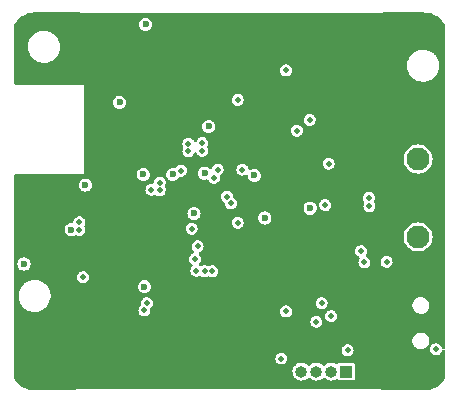
<source format=gbr>
%TF.GenerationSoftware,KiCad,Pcbnew,(6.0.0)*%
%TF.CreationDate,2022-05-13T17:38:04+01:00*%
%TF.ProjectId,Tracer,54726163-6572-42e6-9b69-6361645f7063,D*%
%TF.SameCoordinates,Original*%
%TF.FileFunction,Copper,L3,Inr*%
%TF.FilePolarity,Positive*%
%FSLAX46Y46*%
G04 Gerber Fmt 4.6, Leading zero omitted, Abs format (unit mm)*
G04 Created by KiCad (PCBNEW (6.0.0)) date 2022-05-13 17:38:04*
%MOMM*%
%LPD*%
G01*
G04 APERTURE LIST*
%TA.AperFunction,ComponentPad*%
%ADD10R,1.000000X1.000000*%
%TD*%
%TA.AperFunction,ComponentPad*%
%ADD11O,1.000000X1.000000*%
%TD*%
%TA.AperFunction,ComponentPad*%
%ADD12C,1.950000*%
%TD*%
%TA.AperFunction,ViaPad*%
%ADD13C,0.500000*%
%TD*%
%TA.AperFunction,ViaPad*%
%ADD14C,0.600000*%
%TD*%
G04 APERTURE END LIST*
D10*
%TO.N,DTR*%
%TO.C,J2*%
X157400000Y-110900000D03*
D11*
%TO.N,U0RXD*%
X156130000Y-110900000D03*
%TO.N,U0TXD*%
X154860000Y-110900000D03*
%TO.N,RTS*%
X153590000Y-110900000D03*
%TD*%
D12*
%TO.N,unconnected-(J1-PadMH1)*%
%TO.C,J1*%
X163475000Y-99500000D03*
%TO.N,unconnected-(J1-PadMH2)*%
X163475000Y-92900000D03*
%TD*%
D13*
%TO.N,+BATT*%
X148200000Y-87900000D03*
%TO.N,Net-(BT1-Pad1)*%
X153200000Y-90500000D03*
%TO.N,+BATT*%
X165000000Y-109000000D03*
%TO.N,D+*%
X159300000Y-96200000D03*
X158660506Y-100700000D03*
%TO.N,DTR*%
X157500000Y-109100000D03*
%TO.N,Net-(BT1-Pad1)*%
X160800000Y-101600000D03*
%TO.N,GND*%
X138000000Y-101100000D03*
X139500000Y-97600000D03*
X138000000Y-99550000D03*
X136135000Y-83080000D03*
X151200000Y-90600000D03*
X146295000Y-88160000D03*
X143755000Y-83080000D03*
X157950000Y-99600000D03*
X136900000Y-93500000D03*
X151060000Y-102950000D03*
X151060000Y-101680000D03*
X141000000Y-101100000D03*
X149679122Y-87879122D03*
X146295000Y-83080000D03*
X153600000Y-102950000D03*
X152330000Y-100410000D03*
X143900000Y-103600000D03*
X139500000Y-101100000D03*
X140850000Y-90950000D03*
X143755000Y-88160000D03*
X154000000Y-94400000D03*
X135950000Y-90950000D03*
X141000000Y-99550000D03*
X150400000Y-96400000D03*
X134100000Y-102600000D03*
X151060000Y-100410000D03*
X141000000Y-97600000D03*
X157600000Y-84000000D03*
X159600000Y-94900000D03*
X152330000Y-102950000D03*
X156600000Y-102250000D03*
X141215000Y-85620000D03*
X142200000Y-111200000D03*
X141215000Y-88160000D03*
X129500000Y-109400000D03*
X157100000Y-95850000D03*
X144100000Y-95100000D03*
X132100000Y-98500000D03*
X152330000Y-101680000D03*
X139500000Y-99550000D03*
X138000000Y-97600000D03*
X153600000Y-101680000D03*
X153600000Y-100410000D03*
X136135000Y-88160000D03*
D14*
%TO.N,+3V3*%
X140200000Y-94200000D03*
X140300000Y-103700000D03*
X142700000Y-94200000D03*
X140395000Y-81500000D03*
X135300000Y-95100000D03*
X154332671Y-97067329D03*
X138195000Y-88100000D03*
X145400000Y-94100000D03*
X134100000Y-98900000D03*
X150500000Y-97900000D03*
X144500000Y-97500000D03*
X130100000Y-101800000D03*
X145750000Y-90150000D03*
X149600000Y-94300000D03*
D13*
%TO.N,GPIO10*%
X145400000Y-102400000D03*
X144800000Y-100300000D03*
%TO.N,GPIO17*%
X144600000Y-101370500D03*
X144700000Y-102369500D03*
%TO.N,GPIO7*%
X144300000Y-98800000D03*
X146049503Y-102400000D03*
%TO.N,GPIO36*%
X146200000Y-94500000D03*
X134800000Y-98250497D03*
%TO.N,GPIO37*%
X134800000Y-98900000D03*
X148200000Y-98300000D03*
%TO.N,VUSB*%
X155600000Y-96800000D03*
X155900000Y-93300000D03*
%TO.N,GPIO18*%
X144025500Y-91600000D03*
X145200000Y-91550497D03*
X148600000Y-93800000D03*
X147634166Y-96656944D03*
%TO.N,GPIO23*%
X147300000Y-96100000D03*
X145200000Y-92200000D03*
X144025500Y-92249503D03*
X146500000Y-93800000D03*
%TO.N,GPIO19*%
X141600000Y-95549503D03*
X143400000Y-93900000D03*
%TO.N,U0RXD*%
X156100000Y-106200000D03*
X140900000Y-95500000D03*
%TO.N,Net-(D4-Pad1)*%
X154300000Y-89600000D03*
X152300000Y-85400000D03*
%TO.N,D-*%
X158925500Y-101650000D03*
X159352334Y-96900000D03*
%TO.N,U0TXD*%
X141600000Y-94900000D03*
X154860000Y-106689022D03*
%TO.N,RTS*%
X152300000Y-105800000D03*
X140294609Y-105716172D03*
%TO.N,DTR*%
X140500000Y-105100000D03*
X155300000Y-105100000D03*
%TO.N,GPIO35*%
X135100000Y-102900000D03*
X151900000Y-109800000D03*
%TD*%
%TA.AperFunction,Conductor*%
%TO.N,GND*%
G36*
X134913191Y-80505425D02*
G01*
X135032587Y-80541643D01*
X135191595Y-80557304D01*
X135200000Y-80558976D01*
X135212847Y-80556421D01*
X135237425Y-80554000D01*
X160162575Y-80554000D01*
X160187153Y-80556421D01*
X160200000Y-80558976D01*
X160208405Y-80557304D01*
X160367413Y-80541643D01*
X160486809Y-80505425D01*
X160523385Y-80500000D01*
X163988393Y-80500000D01*
X163997381Y-80500321D01*
X164046765Y-80503853D01*
X164268544Y-80519715D01*
X164286327Y-80522272D01*
X164547552Y-80579098D01*
X164564794Y-80584160D01*
X164815287Y-80677589D01*
X164831634Y-80685055D01*
X165066269Y-80813176D01*
X165081392Y-80822895D01*
X165295404Y-80983103D01*
X165308990Y-80994876D01*
X165498018Y-81183904D01*
X165509791Y-81197490D01*
X165669999Y-81411502D01*
X165679719Y-81426626D01*
X165723482Y-81506772D01*
X165738894Y-81567157D01*
X165738894Y-108835549D01*
X165718892Y-108903670D01*
X165665236Y-108950163D01*
X165594962Y-108960267D01*
X165530382Y-108930773D01*
X165491958Y-108870911D01*
X165490474Y-108865835D01*
X165489201Y-108856948D01*
X165429388Y-108725395D01*
X165423530Y-108718596D01*
X165423527Y-108718592D01*
X165340916Y-108622718D01*
X165340913Y-108622716D01*
X165335056Y-108615918D01*
X165274423Y-108576617D01*
X165221324Y-108542200D01*
X165221322Y-108542199D01*
X165213790Y-108537317D01*
X165196921Y-108532272D01*
X165083938Y-108498482D01*
X165083936Y-108498482D01*
X165075337Y-108495910D01*
X165066363Y-108495855D01*
X165066361Y-108495855D01*
X165003082Y-108495469D01*
X164930827Y-108495028D01*
X164922196Y-108497495D01*
X164922194Y-108497495D01*
X164800509Y-108532272D01*
X164800505Y-108532274D01*
X164791879Y-108534739D01*
X164784292Y-108539526D01*
X164784290Y-108539527D01*
X164677254Y-108607062D01*
X164669661Y-108611853D01*
X164663718Y-108618582D01*
X164663717Y-108618583D01*
X164598747Y-108692148D01*
X164573999Y-108720170D01*
X164512583Y-108850982D01*
X164511203Y-108859846D01*
X164511202Y-108859849D01*
X164496084Y-108956948D01*
X164490350Y-108993773D01*
X164491514Y-109002675D01*
X164491514Y-109002678D01*
X164506496Y-109117247D01*
X164509088Y-109137065D01*
X164567289Y-109269339D01*
X164660276Y-109379960D01*
X164667747Y-109384933D01*
X164667748Y-109384934D01*
X164773101Y-109455063D01*
X164773103Y-109455064D01*
X164780574Y-109460037D01*
X164789138Y-109462713D01*
X164789141Y-109462714D01*
X164822353Y-109473090D01*
X164918510Y-109503132D01*
X165062998Y-109505780D01*
X165082530Y-109500455D01*
X165193763Y-109470130D01*
X165193765Y-109470129D01*
X165202422Y-109467769D01*
X165325572Y-109392154D01*
X165422551Y-109285014D01*
X165485560Y-109154962D01*
X165488640Y-109136655D01*
X165519667Y-109072797D01*
X165580293Y-109035851D01*
X165651269Y-109037546D01*
X165710062Y-109077345D01*
X165738004Y-109142612D01*
X165738894Y-109157560D01*
X165738894Y-111432843D01*
X165723482Y-111493228D01*
X165679719Y-111573374D01*
X165669999Y-111588498D01*
X165509791Y-111802510D01*
X165498018Y-111816096D01*
X165308990Y-112005124D01*
X165295404Y-112016897D01*
X165081392Y-112177105D01*
X165066269Y-112186824D01*
X164831634Y-112314945D01*
X164815287Y-112322411D01*
X164564794Y-112415840D01*
X164547552Y-112420902D01*
X164286327Y-112477728D01*
X164268544Y-112480285D01*
X164046765Y-112496147D01*
X163997381Y-112499679D01*
X163988393Y-112500000D01*
X160433592Y-112500000D01*
X160374196Y-112485122D01*
X160233849Y-112410105D01*
X160233847Y-112410104D01*
X160228393Y-112407189D01*
X160188546Y-112395102D01*
X160073339Y-112360154D01*
X160073333Y-112360153D01*
X160067413Y-112358357D01*
X159908405Y-112342696D01*
X159900000Y-112341024D01*
X159887153Y-112343579D01*
X159862575Y-112346000D01*
X134937425Y-112346000D01*
X134912847Y-112343579D01*
X134900000Y-112341024D01*
X134891595Y-112342696D01*
X134732587Y-112358357D01*
X134726667Y-112360153D01*
X134726661Y-112360154D01*
X134611454Y-112395102D01*
X134571607Y-112407189D01*
X134566153Y-112410104D01*
X134566151Y-112410105D01*
X134425804Y-112485122D01*
X134366408Y-112500000D01*
X131004501Y-112500000D01*
X130995513Y-112499679D01*
X130946129Y-112496147D01*
X130724350Y-112480285D01*
X130706567Y-112477728D01*
X130445342Y-112420902D01*
X130428100Y-112415840D01*
X130177607Y-112322411D01*
X130161260Y-112314945D01*
X129926625Y-112186824D01*
X129911502Y-112177105D01*
X129697490Y-112016897D01*
X129683904Y-112005124D01*
X129494876Y-111816096D01*
X129483103Y-111802510D01*
X129445397Y-111752141D01*
X129322891Y-111588493D01*
X129313174Y-111573373D01*
X129313062Y-111573167D01*
X129264183Y-111483653D01*
X129248772Y-111423228D01*
X129248958Y-110889399D01*
X152830800Y-110889399D01*
X152847318Y-111057862D01*
X152900748Y-111218479D01*
X152988435Y-111363267D01*
X152993326Y-111368332D01*
X152993327Y-111368333D01*
X153053974Y-111431135D01*
X153106021Y-111485031D01*
X153247660Y-111577717D01*
X153406315Y-111636720D01*
X153413296Y-111637651D01*
X153413298Y-111637652D01*
X153567118Y-111658176D01*
X153567122Y-111658176D01*
X153574099Y-111659107D01*
X153581110Y-111658469D01*
X153581114Y-111658469D01*
X153735652Y-111644405D01*
X153742673Y-111643766D01*
X153903659Y-111591458D01*
X153993199Y-111538082D01*
X154043004Y-111508392D01*
X154043006Y-111508391D01*
X154049056Y-111504784D01*
X154138712Y-111419406D01*
X154201836Y-111386915D01*
X154272507Y-111393708D01*
X154316240Y-111423126D01*
X154323974Y-111431135D01*
X154376021Y-111485031D01*
X154517660Y-111577717D01*
X154676315Y-111636720D01*
X154683296Y-111637651D01*
X154683298Y-111637652D01*
X154837118Y-111658176D01*
X154837122Y-111658176D01*
X154844099Y-111659107D01*
X154851110Y-111658469D01*
X154851114Y-111658469D01*
X155005652Y-111644405D01*
X155012673Y-111643766D01*
X155173659Y-111591458D01*
X155263199Y-111538082D01*
X155313004Y-111508392D01*
X155313006Y-111508391D01*
X155319056Y-111504784D01*
X155408712Y-111419406D01*
X155471836Y-111386915D01*
X155542507Y-111393708D01*
X155586240Y-111423126D01*
X155593974Y-111431135D01*
X155646021Y-111485031D01*
X155787660Y-111577717D01*
X155946315Y-111636720D01*
X155953296Y-111637651D01*
X155953298Y-111637652D01*
X156107118Y-111658176D01*
X156107122Y-111658176D01*
X156114099Y-111659107D01*
X156121110Y-111658469D01*
X156121114Y-111658469D01*
X156275652Y-111644405D01*
X156282673Y-111643766D01*
X156443659Y-111591458D01*
X156539809Y-111534141D01*
X156608561Y-111516442D01*
X156675971Y-111538724D01*
X156709088Y-111572368D01*
X156716516Y-111583484D01*
X156800699Y-111639734D01*
X156874933Y-111654500D01*
X157399915Y-111654500D01*
X157925066Y-111654499D01*
X157960818Y-111647388D01*
X157987126Y-111642156D01*
X157987128Y-111642155D01*
X157999301Y-111639734D01*
X158009621Y-111632839D01*
X158009622Y-111632838D01*
X158073168Y-111590377D01*
X158083484Y-111583484D01*
X158139734Y-111499301D01*
X158154500Y-111425067D01*
X158154499Y-110374934D01*
X158139734Y-110300699D01*
X158083484Y-110216516D01*
X157999301Y-110160266D01*
X157925067Y-110145500D01*
X157400085Y-110145500D01*
X156874934Y-110145501D01*
X156839182Y-110152612D01*
X156812874Y-110157844D01*
X156812872Y-110157845D01*
X156800699Y-110160266D01*
X156790379Y-110167161D01*
X156790378Y-110167162D01*
X156771225Y-110179960D01*
X156716516Y-110216516D01*
X156708857Y-110227979D01*
X156706539Y-110229916D01*
X156700846Y-110235609D01*
X156700337Y-110235100D01*
X156654383Y-110273506D01*
X156583940Y-110282355D01*
X156536578Y-110264362D01*
X156490468Y-110235100D01*
X156462844Y-110217569D01*
X156404658Y-110196850D01*
X156310016Y-110163149D01*
X156310011Y-110163148D01*
X156303381Y-110160787D01*
X156296395Y-110159954D01*
X156296391Y-110159953D01*
X156175178Y-110145500D01*
X156135301Y-110140745D01*
X156128298Y-110141481D01*
X156128297Y-110141481D01*
X155973965Y-110157701D01*
X155973961Y-110157702D01*
X155966957Y-110158438D01*
X155960286Y-110160709D01*
X155813387Y-110210717D01*
X155813384Y-110210718D01*
X155806717Y-110212988D01*
X155800719Y-110216678D01*
X155800717Y-110216679D01*
X155668543Y-110297993D01*
X155668541Y-110297995D01*
X155662544Y-110301684D01*
X155657511Y-110306613D01*
X155582954Y-110379624D01*
X155520289Y-110412994D01*
X155449530Y-110407188D01*
X155405391Y-110378384D01*
X155395936Y-110368863D01*
X155335764Y-110308269D01*
X155327670Y-110303132D01*
X155220468Y-110235100D01*
X155192844Y-110217569D01*
X155134658Y-110196850D01*
X155040016Y-110163149D01*
X155040011Y-110163148D01*
X155033381Y-110160787D01*
X155026395Y-110159954D01*
X155026391Y-110159953D01*
X154905178Y-110145500D01*
X154865301Y-110140745D01*
X154858298Y-110141481D01*
X154858297Y-110141481D01*
X154703965Y-110157701D01*
X154703961Y-110157702D01*
X154696957Y-110158438D01*
X154690286Y-110160709D01*
X154543387Y-110210717D01*
X154543384Y-110210718D01*
X154536717Y-110212988D01*
X154530719Y-110216678D01*
X154530717Y-110216679D01*
X154398543Y-110297993D01*
X154398541Y-110297995D01*
X154392544Y-110301684D01*
X154387511Y-110306613D01*
X154312954Y-110379624D01*
X154250289Y-110412994D01*
X154179530Y-110407188D01*
X154135391Y-110378384D01*
X154125936Y-110368863D01*
X154065764Y-110308269D01*
X154057670Y-110303132D01*
X153950468Y-110235100D01*
X153922844Y-110217569D01*
X153864658Y-110196850D01*
X153770016Y-110163149D01*
X153770011Y-110163148D01*
X153763381Y-110160787D01*
X153756395Y-110159954D01*
X153756391Y-110159953D01*
X153635178Y-110145500D01*
X153595301Y-110140745D01*
X153588298Y-110141481D01*
X153588297Y-110141481D01*
X153433965Y-110157701D01*
X153433961Y-110157702D01*
X153426957Y-110158438D01*
X153420286Y-110160709D01*
X153273387Y-110210717D01*
X153273384Y-110210718D01*
X153266717Y-110212988D01*
X153260719Y-110216678D01*
X153260717Y-110216679D01*
X153128543Y-110297993D01*
X153128541Y-110297995D01*
X153122544Y-110301684D01*
X153117511Y-110306613D01*
X153014808Y-110407188D01*
X153001605Y-110420117D01*
X152909909Y-110562400D01*
X152907498Y-110569025D01*
X152854425Y-110714840D01*
X152854424Y-110714845D01*
X152852015Y-110721463D01*
X152830800Y-110889399D01*
X129248958Y-110889399D01*
X129249341Y-109793773D01*
X151390350Y-109793773D01*
X151391514Y-109802675D01*
X151391514Y-109802678D01*
X151407924Y-109928164D01*
X151409088Y-109937065D01*
X151467289Y-110069339D01*
X151473063Y-110076208D01*
X151532326Y-110146709D01*
X151560276Y-110179960D01*
X151567747Y-110184933D01*
X151567748Y-110184934D01*
X151673101Y-110255063D01*
X151673103Y-110255064D01*
X151680574Y-110260037D01*
X151689138Y-110262713D01*
X151689141Y-110262714D01*
X151749542Y-110281584D01*
X151818510Y-110303132D01*
X151962998Y-110305780D01*
X151991561Y-110297993D01*
X152093763Y-110270130D01*
X152093765Y-110270129D01*
X152102422Y-110267769D01*
X152225572Y-110192154D01*
X152322551Y-110085014D01*
X152385560Y-109954962D01*
X152409536Y-109812453D01*
X152409688Y-109800000D01*
X152389201Y-109656948D01*
X152329388Y-109525395D01*
X152323530Y-109518596D01*
X152323527Y-109518592D01*
X152240916Y-109422718D01*
X152240913Y-109422716D01*
X152235056Y-109415918D01*
X152113790Y-109337317D01*
X152096921Y-109332272D01*
X151983938Y-109298482D01*
X151983936Y-109298482D01*
X151975337Y-109295910D01*
X151966363Y-109295855D01*
X151966361Y-109295855D01*
X151903082Y-109295469D01*
X151830827Y-109295028D01*
X151822196Y-109297495D01*
X151822194Y-109297495D01*
X151700509Y-109332272D01*
X151700505Y-109332274D01*
X151691879Y-109334739D01*
X151684292Y-109339526D01*
X151684290Y-109339527D01*
X151620208Y-109379960D01*
X151569661Y-109411853D01*
X151563718Y-109418582D01*
X151563717Y-109418583D01*
X151509511Y-109479960D01*
X151473999Y-109520170D01*
X151470185Y-109528293D01*
X151470184Y-109528295D01*
X151454025Y-109562714D01*
X151412583Y-109650982D01*
X151390350Y-109793773D01*
X129249341Y-109793773D01*
X129249585Y-109093773D01*
X156990350Y-109093773D01*
X156991514Y-109102675D01*
X156991514Y-109102678D01*
X156998691Y-109157560D01*
X157009088Y-109237065D01*
X157067289Y-109369339D01*
X157160276Y-109479960D01*
X157167747Y-109484933D01*
X157167748Y-109484934D01*
X157273101Y-109555063D01*
X157273103Y-109555064D01*
X157280574Y-109560037D01*
X157289138Y-109562713D01*
X157289141Y-109562714D01*
X157349542Y-109581585D01*
X157418510Y-109603132D01*
X157562998Y-109605780D01*
X157582530Y-109600455D01*
X157693763Y-109570130D01*
X157693765Y-109570129D01*
X157702422Y-109567769D01*
X157825572Y-109492154D01*
X157922551Y-109385014D01*
X157975267Y-109276208D01*
X157981645Y-109263043D01*
X157981645Y-109263042D01*
X157985560Y-109254962D01*
X158009536Y-109112453D01*
X158009688Y-109100000D01*
X157993949Y-108990101D01*
X157990474Y-108965835D01*
X157990473Y-108965833D01*
X157989201Y-108956948D01*
X157929388Y-108825395D01*
X157923530Y-108818596D01*
X157923527Y-108818592D01*
X157840916Y-108722718D01*
X157840913Y-108722716D01*
X157835056Y-108715918D01*
X157713790Y-108637317D01*
X157696921Y-108632272D01*
X157583938Y-108598482D01*
X157583936Y-108598482D01*
X157575337Y-108595910D01*
X157566363Y-108595855D01*
X157566361Y-108595855D01*
X157503082Y-108595469D01*
X157430827Y-108595028D01*
X157422196Y-108597495D01*
X157422194Y-108597495D01*
X157300509Y-108632272D01*
X157300505Y-108632274D01*
X157291879Y-108634739D01*
X157284292Y-108639526D01*
X157284290Y-108639527D01*
X157180489Y-108705021D01*
X157169661Y-108711853D01*
X157163718Y-108718582D01*
X157163717Y-108718583D01*
X157160065Y-108722718D01*
X157073999Y-108820170D01*
X157070185Y-108828293D01*
X157070184Y-108828295D01*
X157060568Y-108848777D01*
X157012583Y-108950982D01*
X157011203Y-108959846D01*
X157011202Y-108959849D01*
X156992908Y-109077345D01*
X156990350Y-109093773D01*
X129249585Y-109093773D01*
X129249834Y-108381568D01*
X162995029Y-108381568D01*
X162996801Y-108388948D01*
X162996801Y-108388950D01*
X163032421Y-108537317D01*
X163034835Y-108547373D01*
X163113042Y-108698896D01*
X163118034Y-108704618D01*
X163118035Y-108704620D01*
X163217459Y-108818592D01*
X163225135Y-108827391D01*
X163364643Y-108925438D01*
X163445462Y-108956948D01*
X163516431Y-108984618D01*
X163516434Y-108984619D01*
X163523511Y-108987378D01*
X163531044Y-108988370D01*
X163531045Y-108988370D01*
X163649477Y-109003962D01*
X163649478Y-109003962D01*
X163653564Y-109004500D01*
X163742756Y-109004500D01*
X163869281Y-108989189D01*
X164028789Y-108928916D01*
X164065522Y-108903670D01*
X164163057Y-108836636D01*
X164163058Y-108836635D01*
X164169316Y-108832334D01*
X164174369Y-108826663D01*
X164277695Y-108710693D01*
X164277697Y-108710690D01*
X164282748Y-108705021D01*
X164316010Y-108642200D01*
X164358984Y-108561037D01*
X164358985Y-108561035D01*
X164362538Y-108554324D01*
X164365583Y-108542200D01*
X164402227Y-108396317D01*
X164402227Y-108396313D01*
X164404078Y-108388946D01*
X164404157Y-108373974D01*
X164404931Y-108226026D01*
X164404971Y-108218432D01*
X164365165Y-108052627D01*
X164286958Y-107901104D01*
X164174865Y-107772609D01*
X164035357Y-107674562D01*
X163939488Y-107637184D01*
X163883569Y-107615382D01*
X163883566Y-107615381D01*
X163876489Y-107612622D01*
X163868956Y-107611630D01*
X163868955Y-107611630D01*
X163750523Y-107596038D01*
X163750522Y-107596038D01*
X163746436Y-107595500D01*
X163657244Y-107595500D01*
X163530719Y-107610811D01*
X163371211Y-107671084D01*
X163230684Y-107767666D01*
X163225632Y-107773336D01*
X163225631Y-107773337D01*
X163122305Y-107889307D01*
X163122303Y-107889310D01*
X163117252Y-107894979D01*
X163037462Y-108045676D01*
X163035612Y-108053041D01*
X163033863Y-108060006D01*
X162995922Y-108211054D01*
X162995882Y-108218653D01*
X162995882Y-108218655D01*
X162995511Y-108289571D01*
X162995029Y-108381568D01*
X129249834Y-108381568D01*
X129250427Y-106682795D01*
X154350350Y-106682795D01*
X154351514Y-106691697D01*
X154351514Y-106691700D01*
X154367924Y-106817186D01*
X154369088Y-106826087D01*
X154427289Y-106958361D01*
X154520276Y-107068982D01*
X154527747Y-107073955D01*
X154527748Y-107073956D01*
X154633101Y-107144085D01*
X154633103Y-107144086D01*
X154640574Y-107149059D01*
X154649138Y-107151735D01*
X154649141Y-107151736D01*
X154709542Y-107170606D01*
X154778510Y-107192154D01*
X154922998Y-107194802D01*
X154942530Y-107189477D01*
X155053763Y-107159152D01*
X155053765Y-107159151D01*
X155062422Y-107156791D01*
X155185572Y-107081176D01*
X155282551Y-106974036D01*
X155345560Y-106843984D01*
X155369536Y-106701475D01*
X155369688Y-106689022D01*
X155349201Y-106545970D01*
X155289388Y-106414417D01*
X155283530Y-106407618D01*
X155283527Y-106407614D01*
X155200916Y-106311740D01*
X155200913Y-106311738D01*
X155195056Y-106304940D01*
X155129910Y-106262714D01*
X155081324Y-106231222D01*
X155081322Y-106231221D01*
X155073790Y-106226339D01*
X155059121Y-106221952D01*
X154964900Y-106193773D01*
X155590350Y-106193773D01*
X155591514Y-106202675D01*
X155591514Y-106202678D01*
X155605776Y-106311740D01*
X155609088Y-106337065D01*
X155667289Y-106469339D01*
X155760276Y-106579960D01*
X155767747Y-106584933D01*
X155767748Y-106584934D01*
X155873101Y-106655063D01*
X155873103Y-106655064D01*
X155880574Y-106660037D01*
X155889138Y-106662713D01*
X155889141Y-106662714D01*
X155949542Y-106681585D01*
X156018510Y-106703132D01*
X156162998Y-106705780D01*
X156182530Y-106700455D01*
X156293763Y-106670130D01*
X156293765Y-106670129D01*
X156302422Y-106667769D01*
X156425572Y-106592154D01*
X156522551Y-106485014D01*
X156585560Y-106354962D01*
X156609536Y-106212453D01*
X156609688Y-106200000D01*
X156593829Y-106089262D01*
X156590474Y-106065835D01*
X156590473Y-106065833D01*
X156589201Y-106056948D01*
X156529388Y-105925395D01*
X156523530Y-105918596D01*
X156523527Y-105918592D01*
X156440916Y-105822718D01*
X156440913Y-105822716D01*
X156435056Y-105815918D01*
X156370235Y-105773903D01*
X156321324Y-105742200D01*
X156321322Y-105742199D01*
X156313790Y-105737317D01*
X156293982Y-105731393D01*
X156183938Y-105698482D01*
X156183936Y-105698482D01*
X156175337Y-105695910D01*
X156166363Y-105695855D01*
X156166361Y-105695855D01*
X156103082Y-105695469D01*
X156030827Y-105695028D01*
X156022196Y-105697495D01*
X156022194Y-105697495D01*
X155900509Y-105732272D01*
X155900505Y-105732274D01*
X155891879Y-105734739D01*
X155884292Y-105739526D01*
X155884290Y-105739527D01*
X155788447Y-105800000D01*
X155769661Y-105811853D01*
X155763718Y-105818582D01*
X155763717Y-105818583D01*
X155725857Y-105861452D01*
X155673999Y-105920170D01*
X155670185Y-105928293D01*
X155670184Y-105928295D01*
X155642855Y-105986505D01*
X155612583Y-106050982D01*
X155611203Y-106059846D01*
X155611202Y-106059849D01*
X155591881Y-106183941D01*
X155590350Y-106193773D01*
X154964900Y-106193773D01*
X154943938Y-106187504D01*
X154943936Y-106187504D01*
X154935337Y-106184932D01*
X154926363Y-106184877D01*
X154926361Y-106184877D01*
X154863082Y-106184491D01*
X154790827Y-106184050D01*
X154782196Y-106186517D01*
X154782194Y-106186517D01*
X154660509Y-106221294D01*
X154660505Y-106221296D01*
X154651879Y-106223761D01*
X154644292Y-106228548D01*
X154644290Y-106228549D01*
X154537254Y-106296084D01*
X154529661Y-106300875D01*
X154433999Y-106409192D01*
X154430185Y-106417315D01*
X154430184Y-106417317D01*
X154405760Y-106469339D01*
X154372583Y-106540004D01*
X154371203Y-106548868D01*
X154371202Y-106548871D01*
X154352690Y-106667769D01*
X154350350Y-106682795D01*
X129250427Y-106682795D01*
X129251212Y-104435964D01*
X129642112Y-104435964D01*
X129642312Y-104441292D01*
X129642312Y-104441294D01*
X129644464Y-104498599D01*
X129643705Y-104498628D01*
X129644034Y-104500016D01*
X129644340Y-104499989D01*
X129644374Y-104500377D01*
X129644465Y-104501838D01*
X129644523Y-104502085D01*
X129644648Y-104503507D01*
X129650736Y-104665669D01*
X129651831Y-104670888D01*
X129664628Y-104731879D01*
X129663861Y-104732040D01*
X129664841Y-104734316D01*
X129664937Y-104735408D01*
X129666361Y-104740722D01*
X129666464Y-104741307D01*
X129667635Y-104746210D01*
X129697939Y-104890637D01*
X129718562Y-104942859D01*
X129723975Y-104956566D01*
X129724724Y-104958541D01*
X129726097Y-104963663D01*
X129728422Y-104968649D01*
X129728423Y-104968651D01*
X129728947Y-104969775D01*
X129731934Y-104976717D01*
X129782372Y-105104436D01*
X129819273Y-105165246D01*
X129820811Y-105168126D01*
X129820890Y-105168080D01*
X129823639Y-105172841D01*
X129825965Y-105177829D01*
X129829122Y-105182337D01*
X129829124Y-105182341D01*
X129830674Y-105184555D01*
X129835181Y-105191462D01*
X129898060Y-105295083D01*
X129901621Y-105300952D01*
X129905116Y-105304979D01*
X129905117Y-105304981D01*
X129951993Y-105359000D01*
X129955555Y-105363563D01*
X129958347Y-105366890D01*
X129961505Y-105371401D01*
X129967791Y-105377687D01*
X129973861Y-105384201D01*
X130013269Y-105429614D01*
X130052276Y-105474566D01*
X130064921Y-105484934D01*
X130116309Y-105527070D01*
X130123574Y-105533652D01*
X130124706Y-105534602D01*
X130128599Y-105538495D01*
X130133103Y-105541649D01*
X130133108Y-105541653D01*
X130135936Y-105543633D01*
X130143554Y-105549410D01*
X130225901Y-105616931D01*
X130225907Y-105616935D01*
X130230029Y-105620315D01*
X130234668Y-105622955D01*
X130234667Y-105622955D01*
X130307355Y-105664331D01*
X130317296Y-105670622D01*
X130317660Y-105670877D01*
X130317667Y-105670881D01*
X130322171Y-105674035D01*
X130327155Y-105676359D01*
X130327160Y-105676362D01*
X130329875Y-105677628D01*
X130338952Y-105682318D01*
X130378132Y-105704620D01*
X130429798Y-105734030D01*
X130519498Y-105766590D01*
X130529753Y-105770833D01*
X130531348Y-105771577D01*
X130531350Y-105771578D01*
X130536337Y-105773903D01*
X130541653Y-105775327D01*
X130541655Y-105775328D01*
X130542719Y-105775613D01*
X130543702Y-105775876D01*
X130554081Y-105779143D01*
X130645871Y-105812461D01*
X130746443Y-105830648D01*
X130756616Y-105832926D01*
X130764592Y-105835063D01*
X130770990Y-105835623D01*
X130782412Y-105837152D01*
X130872069Y-105853364D01*
X130876208Y-105853559D01*
X130876215Y-105853560D01*
X130894670Y-105854430D01*
X130894677Y-105854430D01*
X130896158Y-105854500D01*
X131057712Y-105854500D01*
X131137444Y-105847735D01*
X131223733Y-105840413D01*
X131223737Y-105840412D01*
X131229044Y-105839962D01*
X131234199Y-105838624D01*
X131234205Y-105838623D01*
X131446368Y-105783556D01*
X131446367Y-105783556D01*
X131451539Y-105782214D01*
X131611970Y-105709945D01*
X139784959Y-105709945D01*
X139786123Y-105718847D01*
X139786123Y-105718850D01*
X139801041Y-105832928D01*
X139803697Y-105853237D01*
X139861898Y-105985511D01*
X139954885Y-106096132D01*
X139962356Y-106101105D01*
X139962357Y-106101106D01*
X140067710Y-106171235D01*
X140067712Y-106171236D01*
X140075183Y-106176209D01*
X140083747Y-106178885D01*
X140083750Y-106178886D01*
X140144151Y-106197757D01*
X140213119Y-106219304D01*
X140357607Y-106221952D01*
X140377139Y-106216627D01*
X140488372Y-106186302D01*
X140488374Y-106186301D01*
X140497031Y-106183941D01*
X140620181Y-106108326D01*
X140717160Y-106001186D01*
X140752523Y-105928197D01*
X140776254Y-105879215D01*
X140776254Y-105879214D01*
X140780169Y-105871134D01*
X140793184Y-105793773D01*
X151790350Y-105793773D01*
X151791514Y-105802675D01*
X151791514Y-105802678D01*
X151798282Y-105854430D01*
X151809088Y-105937065D01*
X151867289Y-106069339D01*
X151873063Y-106076208D01*
X151904009Y-106113022D01*
X151960276Y-106179960D01*
X151967747Y-106184933D01*
X151967748Y-106184934D01*
X152073101Y-106255063D01*
X152073103Y-106255064D01*
X152080574Y-106260037D01*
X152089138Y-106262713D01*
X152089141Y-106262714D01*
X152149542Y-106281585D01*
X152218510Y-106303132D01*
X152362998Y-106305780D01*
X152372711Y-106303132D01*
X152493763Y-106270130D01*
X152493765Y-106270129D01*
X152502422Y-106267769D01*
X152625572Y-106192154D01*
X152722551Y-106085014D01*
X152767431Y-105992380D01*
X152781645Y-105963043D01*
X152781645Y-105963042D01*
X152785560Y-105954962D01*
X152809536Y-105812453D01*
X152809688Y-105800000D01*
X152794773Y-105695855D01*
X152790474Y-105665835D01*
X152790473Y-105665833D01*
X152789201Y-105656948D01*
X152729388Y-105525395D01*
X152723530Y-105518596D01*
X152723527Y-105518592D01*
X152640916Y-105422718D01*
X152640913Y-105422716D01*
X152635056Y-105415918D01*
X152563194Y-105369339D01*
X152521324Y-105342200D01*
X152521322Y-105342199D01*
X152513790Y-105337317D01*
X152482720Y-105328025D01*
X152383938Y-105298482D01*
X152383936Y-105298482D01*
X152375337Y-105295910D01*
X152366363Y-105295855D01*
X152366361Y-105295855D01*
X152303082Y-105295469D01*
X152230827Y-105295028D01*
X152222196Y-105297495D01*
X152222194Y-105297495D01*
X152100509Y-105332272D01*
X152100505Y-105332274D01*
X152091879Y-105334739D01*
X152084292Y-105339526D01*
X152084290Y-105339527D01*
X152012198Y-105385014D01*
X151969661Y-105411853D01*
X151963718Y-105418582D01*
X151963717Y-105418583D01*
X151914275Y-105474566D01*
X151873999Y-105520170D01*
X151870185Y-105528293D01*
X151870184Y-105528295D01*
X151854812Y-105561036D01*
X151812583Y-105650982D01*
X151811203Y-105659846D01*
X151811202Y-105659849D01*
X151791941Y-105783556D01*
X151790350Y-105793773D01*
X140793184Y-105793773D01*
X140804145Y-105728625D01*
X140804297Y-105716172D01*
X140787666Y-105600046D01*
X140797808Y-105529779D01*
X140826188Y-105492712D01*
X140825572Y-105492154D01*
X140888423Y-105422718D01*
X140922551Y-105385014D01*
X140985560Y-105254962D01*
X141009536Y-105112453D01*
X141009688Y-105100000D01*
X141008796Y-105093773D01*
X154790350Y-105093773D01*
X154791514Y-105102675D01*
X154791514Y-105102678D01*
X154806938Y-105220624D01*
X154809088Y-105237065D01*
X154867289Y-105369339D01*
X154873063Y-105376208D01*
X154890109Y-105396486D01*
X154960276Y-105479960D01*
X154967747Y-105484933D01*
X154967748Y-105484934D01*
X155073101Y-105555063D01*
X155073103Y-105555064D01*
X155080574Y-105560037D01*
X155089138Y-105562713D01*
X155089141Y-105562714D01*
X155149542Y-105581585D01*
X155218510Y-105603132D01*
X155362998Y-105605780D01*
X155384027Y-105600047D01*
X155493763Y-105570130D01*
X155493765Y-105570129D01*
X155502422Y-105567769D01*
X155625572Y-105492154D01*
X155645143Y-105470533D01*
X155688423Y-105422718D01*
X155722551Y-105385014D01*
X155724221Y-105381568D01*
X162995029Y-105381568D01*
X162996801Y-105388948D01*
X162996801Y-105388950D01*
X163032704Y-105538495D01*
X163034835Y-105547373D01*
X163113042Y-105698896D01*
X163118034Y-105704618D01*
X163118035Y-105704620D01*
X163205480Y-105804860D01*
X163225135Y-105827391D01*
X163364643Y-105925438D01*
X163460512Y-105962816D01*
X163516431Y-105984618D01*
X163516434Y-105984619D01*
X163523511Y-105987378D01*
X163531044Y-105988370D01*
X163531045Y-105988370D01*
X163649477Y-106003962D01*
X163649478Y-106003962D01*
X163653564Y-106004500D01*
X163742756Y-106004500D01*
X163869281Y-105989189D01*
X164028789Y-105928916D01*
X164040206Y-105921069D01*
X164163057Y-105836636D01*
X164163058Y-105836635D01*
X164169316Y-105832334D01*
X164186177Y-105813410D01*
X164277695Y-105710693D01*
X164277697Y-105710690D01*
X164282748Y-105705021D01*
X164291865Y-105687803D01*
X164326200Y-105622955D01*
X164362538Y-105554324D01*
X164365721Y-105541653D01*
X164402227Y-105396317D01*
X164402227Y-105396313D01*
X164404078Y-105388946D01*
X164404121Y-105380844D01*
X164404565Y-105295910D01*
X164404971Y-105218432D01*
X164398496Y-105191462D01*
X164366937Y-105060006D01*
X164366936Y-105060002D01*
X164365165Y-105052627D01*
X164286958Y-104901104D01*
X164214979Y-104818592D01*
X164179861Y-104778336D01*
X164174865Y-104772609D01*
X164035357Y-104674562D01*
X163926889Y-104632272D01*
X163883569Y-104615382D01*
X163883566Y-104615381D01*
X163876489Y-104612622D01*
X163868956Y-104611630D01*
X163868955Y-104611630D01*
X163750523Y-104596038D01*
X163750522Y-104596038D01*
X163746436Y-104595500D01*
X163657244Y-104595500D01*
X163530719Y-104610811D01*
X163371211Y-104671084D01*
X163230684Y-104767666D01*
X163225632Y-104773336D01*
X163225631Y-104773337D01*
X163122305Y-104889307D01*
X163122303Y-104889310D01*
X163117252Y-104894979D01*
X163113697Y-104901692D01*
X163113697Y-104901693D01*
X163058288Y-105006343D01*
X163037462Y-105045676D01*
X163035612Y-105053041D01*
X163004268Y-105177829D01*
X162995922Y-105211054D01*
X162995882Y-105218653D01*
X162995882Y-105218655D01*
X162995832Y-105228164D01*
X162995029Y-105381568D01*
X155724221Y-105381568D01*
X155785560Y-105254962D01*
X155809536Y-105112453D01*
X155809688Y-105100000D01*
X155789201Y-104956948D01*
X155729388Y-104825395D01*
X155723530Y-104818596D01*
X155723527Y-104818592D01*
X155640916Y-104722718D01*
X155640913Y-104722716D01*
X155635056Y-104715918D01*
X155574423Y-104676618D01*
X155521324Y-104642200D01*
X155521322Y-104642199D01*
X155513790Y-104637317D01*
X155440446Y-104615382D01*
X155383938Y-104598482D01*
X155383936Y-104598482D01*
X155375337Y-104595910D01*
X155366363Y-104595855D01*
X155366361Y-104595855D01*
X155303082Y-104595469D01*
X155230827Y-104595028D01*
X155222196Y-104597495D01*
X155222194Y-104597495D01*
X155100509Y-104632272D01*
X155100505Y-104632274D01*
X155091879Y-104634739D01*
X155084292Y-104639526D01*
X155084290Y-104639527D01*
X155027459Y-104675385D01*
X154969661Y-104711853D01*
X154963718Y-104718582D01*
X154963717Y-104718583D01*
X154943648Y-104741307D01*
X154873999Y-104820170D01*
X154812583Y-104950982D01*
X154811203Y-104959846D01*
X154811202Y-104959849D01*
X154795608Y-105060006D01*
X154790350Y-105093773D01*
X141008796Y-105093773D01*
X140989201Y-104956948D01*
X140929388Y-104825395D01*
X140923530Y-104818596D01*
X140923527Y-104818592D01*
X140840916Y-104722718D01*
X140840913Y-104722716D01*
X140835056Y-104715918D01*
X140774423Y-104676618D01*
X140721324Y-104642200D01*
X140721322Y-104642199D01*
X140713790Y-104637317D01*
X140640446Y-104615382D01*
X140583938Y-104598482D01*
X140583936Y-104598482D01*
X140575337Y-104595910D01*
X140566363Y-104595855D01*
X140566361Y-104595855D01*
X140503082Y-104595469D01*
X140430827Y-104595028D01*
X140422196Y-104597495D01*
X140422194Y-104597495D01*
X140300509Y-104632272D01*
X140300505Y-104632274D01*
X140291879Y-104634739D01*
X140284292Y-104639526D01*
X140284290Y-104639527D01*
X140227459Y-104675385D01*
X140169661Y-104711853D01*
X140163718Y-104718582D01*
X140163717Y-104718583D01*
X140143648Y-104741307D01*
X140073999Y-104820170D01*
X140012583Y-104950982D01*
X140011203Y-104959846D01*
X140011202Y-104959849D01*
X139995608Y-105060006D01*
X139990350Y-105093773D01*
X139991514Y-105102675D01*
X139991514Y-105102678D01*
X140006620Y-105218190D01*
X139995620Y-105288329D01*
X139966121Y-105326857D01*
X139964270Y-105328025D01*
X139868608Y-105436342D01*
X139807192Y-105567154D01*
X139805812Y-105576018D01*
X139805811Y-105576021D01*
X139786744Y-105698482D01*
X139784959Y-105709945D01*
X131611970Y-105709945D01*
X131639608Y-105697495D01*
X131656262Y-105689993D01*
X131656265Y-105689992D01*
X131661123Y-105687803D01*
X131851803Y-105559430D01*
X131857156Y-105554324D01*
X131972315Y-105444467D01*
X132018128Y-105400764D01*
X132155342Y-105216342D01*
X132161779Y-105203683D01*
X132257102Y-105016194D01*
X132257102Y-105016193D01*
X132259520Y-105011438D01*
X132327685Y-104791911D01*
X132338296Y-104711853D01*
X132357188Y-104569319D01*
X132357188Y-104569316D01*
X132357888Y-104564036D01*
X132355536Y-104501401D01*
X132356295Y-104501372D01*
X132355966Y-104499984D01*
X132355660Y-104500011D01*
X132355626Y-104499623D01*
X132355535Y-104498162D01*
X132355477Y-104497915D01*
X132355352Y-104496493D01*
X132349264Y-104334331D01*
X132335372Y-104268121D01*
X132336139Y-104267960D01*
X132335159Y-104265684D01*
X132335063Y-104264592D01*
X132333639Y-104259278D01*
X132333536Y-104258693D01*
X132332362Y-104253778D01*
X132323886Y-104213378D01*
X132302061Y-104109363D01*
X132276025Y-104043434D01*
X132275276Y-104041459D01*
X132273903Y-104036337D01*
X132271053Y-104030225D01*
X132268066Y-104023283D01*
X132217628Y-103895564D01*
X132180727Y-103834754D01*
X132179189Y-103831874D01*
X132179110Y-103831920D01*
X132176361Y-103827159D01*
X132174035Y-103822171D01*
X132170876Y-103817659D01*
X132169326Y-103815445D01*
X132164819Y-103808538D01*
X132101147Y-103703609D01*
X132101145Y-103703606D01*
X132098957Y-103700000D01*
X139740715Y-103700000D01*
X139741793Y-103708188D01*
X139757683Y-103828883D01*
X139759772Y-103844754D01*
X139815645Y-103979642D01*
X139904526Y-104095474D01*
X139911076Y-104100500D01*
X139911079Y-104100503D01*
X140013804Y-104179327D01*
X140020357Y-104184355D01*
X140155246Y-104240228D01*
X140300000Y-104259285D01*
X140308188Y-104258207D01*
X140436566Y-104241306D01*
X140444754Y-104240228D01*
X140579643Y-104184355D01*
X140586196Y-104179327D01*
X140688921Y-104100503D01*
X140688924Y-104100500D01*
X140695474Y-104095474D01*
X140784355Y-103979642D01*
X140840228Y-103844754D01*
X140842318Y-103828883D01*
X140858207Y-103708188D01*
X140859285Y-103700000D01*
X140849372Y-103624703D01*
X140841306Y-103563432D01*
X140841305Y-103563430D01*
X140840228Y-103555246D01*
X140799271Y-103456367D01*
X140787515Y-103427986D01*
X140787514Y-103427984D01*
X140784355Y-103420358D01*
X140695474Y-103304526D01*
X140688924Y-103299500D01*
X140688921Y-103299497D01*
X140586196Y-103220673D01*
X140586194Y-103220672D01*
X140579643Y-103215645D01*
X140444754Y-103159772D01*
X140300000Y-103140715D01*
X140291812Y-103141793D01*
X140163432Y-103158694D01*
X140163430Y-103158695D01*
X140155246Y-103159772D01*
X140132113Y-103169354D01*
X140027986Y-103212485D01*
X140027984Y-103212486D01*
X140020358Y-103215645D01*
X140002736Y-103229167D01*
X139914530Y-103296850D01*
X139904526Y-103304526D01*
X139815645Y-103420358D01*
X139812486Y-103427984D01*
X139812485Y-103427986D01*
X139800729Y-103456367D01*
X139759772Y-103555246D01*
X139758695Y-103563430D01*
X139758694Y-103563432D01*
X139750628Y-103624703D01*
X139740715Y-103700000D01*
X132098957Y-103700000D01*
X132098379Y-103699048D01*
X132048007Y-103641000D01*
X132044445Y-103636437D01*
X132041653Y-103633110D01*
X132038495Y-103628599D01*
X132032209Y-103622313D01*
X132026139Y-103615799D01*
X131951224Y-103529467D01*
X131951222Y-103529465D01*
X131947724Y-103525434D01*
X131883692Y-103472930D01*
X131876426Y-103466348D01*
X131875294Y-103465398D01*
X131871401Y-103461505D01*
X131866897Y-103458351D01*
X131866892Y-103458347D01*
X131864064Y-103456367D01*
X131856446Y-103450590D01*
X131774099Y-103383069D01*
X131774093Y-103383065D01*
X131769971Y-103379685D01*
X131692645Y-103335669D01*
X131682704Y-103329378D01*
X131682340Y-103329123D01*
X131682333Y-103329119D01*
X131677829Y-103325965D01*
X131672845Y-103323641D01*
X131672840Y-103323638D01*
X131670125Y-103322372D01*
X131661048Y-103317682D01*
X131582710Y-103273090D01*
X131570202Y-103265970D01*
X131480502Y-103233410D01*
X131470247Y-103229167D01*
X131468652Y-103228423D01*
X131468650Y-103228422D01*
X131463663Y-103226097D01*
X131458347Y-103224673D01*
X131458345Y-103224672D01*
X131457281Y-103224387D01*
X131456298Y-103224124D01*
X131445919Y-103220857D01*
X131354129Y-103187539D01*
X131253557Y-103169352D01*
X131243384Y-103167074D01*
X131235408Y-103164937D01*
X131229010Y-103164377D01*
X131217588Y-103162848D01*
X131127931Y-103146636D01*
X131123792Y-103146441D01*
X131123785Y-103146440D01*
X131105330Y-103145570D01*
X131105323Y-103145570D01*
X131103842Y-103145500D01*
X130942288Y-103145500D01*
X130862556Y-103152265D01*
X130776267Y-103159587D01*
X130776263Y-103159588D01*
X130770956Y-103160038D01*
X130765801Y-103161376D01*
X130765795Y-103161377D01*
X130649082Y-103191670D01*
X130548461Y-103217786D01*
X130441497Y-103265970D01*
X130343738Y-103310007D01*
X130343735Y-103310008D01*
X130338877Y-103312197D01*
X130148197Y-103440570D01*
X130144340Y-103444249D01*
X130144338Y-103444251D01*
X130118404Y-103468991D01*
X129981872Y-103599236D01*
X129844658Y-103783658D01*
X129842242Y-103788409D01*
X129842240Y-103788413D01*
X129748893Y-103972014D01*
X129740480Y-103988562D01*
X129672315Y-104208089D01*
X129642112Y-104435964D01*
X129251212Y-104435964D01*
X129251751Y-102893773D01*
X134590350Y-102893773D01*
X134591514Y-102902675D01*
X134591514Y-102902678D01*
X134607924Y-103028164D01*
X134609088Y-103037065D01*
X134667289Y-103169339D01*
X134760276Y-103279960D01*
X134767747Y-103284933D01*
X134767748Y-103284934D01*
X134873101Y-103355063D01*
X134873103Y-103355064D01*
X134880574Y-103360037D01*
X134889138Y-103362713D01*
X134889141Y-103362714D01*
X134935012Y-103377045D01*
X135018510Y-103403132D01*
X135162998Y-103405780D01*
X135182530Y-103400455D01*
X135293763Y-103370130D01*
X135293765Y-103370129D01*
X135302422Y-103367769D01*
X135425572Y-103292154D01*
X135522551Y-103185014D01*
X135585560Y-103054962D01*
X135609536Y-102912453D01*
X135609612Y-102906227D01*
X135609629Y-102904860D01*
X135609629Y-102904856D01*
X135609688Y-102900000D01*
X135593290Y-102785500D01*
X135590474Y-102765835D01*
X135590473Y-102765833D01*
X135589201Y-102756948D01*
X135529388Y-102625395D01*
X135523530Y-102618596D01*
X135523527Y-102618592D01*
X135440916Y-102522718D01*
X135440913Y-102522716D01*
X135435056Y-102515918D01*
X135313790Y-102437317D01*
X135246682Y-102417247D01*
X135183938Y-102398482D01*
X135183936Y-102398482D01*
X135175337Y-102395910D01*
X135166363Y-102395855D01*
X135166361Y-102395855D01*
X135103082Y-102395469D01*
X135030827Y-102395028D01*
X135022196Y-102397495D01*
X135022194Y-102397495D01*
X134900509Y-102432272D01*
X134900505Y-102432274D01*
X134891879Y-102434739D01*
X134769661Y-102511853D01*
X134763718Y-102518582D01*
X134763717Y-102518583D01*
X134724452Y-102563043D01*
X134673999Y-102620170D01*
X134612583Y-102750982D01*
X134611203Y-102759846D01*
X134611202Y-102759849D01*
X134593642Y-102872632D01*
X134590350Y-102893773D01*
X129251751Y-102893773D01*
X129252133Y-101800000D01*
X129540715Y-101800000D01*
X129541793Y-101808188D01*
X129558490Y-101935014D01*
X129559772Y-101944754D01*
X129578539Y-101990060D01*
X129597361Y-102035500D01*
X129615645Y-102079642D01*
X129704526Y-102195474D01*
X129711076Y-102200500D01*
X129711079Y-102200503D01*
X129796221Y-102265835D01*
X129820357Y-102284355D01*
X129955246Y-102340228D01*
X130100000Y-102359285D01*
X130108188Y-102358207D01*
X130236566Y-102341306D01*
X130244754Y-102340228D01*
X130379643Y-102284355D01*
X130403779Y-102265835D01*
X130488921Y-102200503D01*
X130488924Y-102200500D01*
X130495474Y-102195474D01*
X130584355Y-102079642D01*
X130602640Y-102035500D01*
X130621461Y-101990060D01*
X130640228Y-101944754D01*
X130641511Y-101935014D01*
X130658207Y-101808188D01*
X130659285Y-101800000D01*
X130640228Y-101655246D01*
X130611090Y-101584901D01*
X130587515Y-101527986D01*
X130587514Y-101527984D01*
X130584355Y-101520358D01*
X130495474Y-101404526D01*
X130488924Y-101399500D01*
X130488921Y-101399497D01*
X130443016Y-101364273D01*
X144090350Y-101364273D01*
X144091514Y-101373175D01*
X144091514Y-101373178D01*
X144101400Y-101448777D01*
X144109088Y-101507565D01*
X144167289Y-101639839D01*
X144173063Y-101646708D01*
X144179916Y-101654860D01*
X144260276Y-101750460D01*
X144267747Y-101755433D01*
X144267748Y-101755434D01*
X144337350Y-101801765D01*
X144382973Y-101856162D01*
X144391944Y-101926590D01*
X144361973Y-101990058D01*
X144273999Y-102089670D01*
X144270185Y-102097793D01*
X144270184Y-102097795D01*
X144244204Y-102153132D01*
X144212583Y-102220482D01*
X144211203Y-102229346D01*
X144211202Y-102229349D01*
X144202146Y-102287515D01*
X144190350Y-102363273D01*
X144191514Y-102372175D01*
X144191514Y-102372178D01*
X144200671Y-102442200D01*
X144209088Y-102506565D01*
X144267289Y-102638839D01*
X144360276Y-102749460D01*
X144367747Y-102754433D01*
X144367748Y-102754434D01*
X144473101Y-102824563D01*
X144473103Y-102824564D01*
X144480574Y-102829537D01*
X144489138Y-102832213D01*
X144489141Y-102832214D01*
X144549542Y-102851085D01*
X144618510Y-102872632D01*
X144762998Y-102875280D01*
X144782530Y-102869955D01*
X144893763Y-102839630D01*
X144893765Y-102839629D01*
X144902422Y-102837269D01*
X144910069Y-102832574D01*
X144910073Y-102832572D01*
X144960651Y-102801517D01*
X145029168Y-102782919D01*
X145096398Y-102804005D01*
X145173101Y-102855063D01*
X145173103Y-102855064D01*
X145180574Y-102860037D01*
X145189138Y-102862713D01*
X145189141Y-102862714D01*
X145249542Y-102881585D01*
X145318510Y-102903132D01*
X145462998Y-102905780D01*
X145507040Y-102893773D01*
X145593763Y-102870130D01*
X145593765Y-102870129D01*
X145602422Y-102867769D01*
X145610069Y-102863074D01*
X145610073Y-102863072D01*
X145658218Y-102833511D01*
X145726735Y-102814913D01*
X145793964Y-102835999D01*
X145822601Y-102855061D01*
X145822603Y-102855062D01*
X145830077Y-102860037D01*
X145838641Y-102862713D01*
X145838644Y-102862714D01*
X145899045Y-102881585D01*
X145968013Y-102903132D01*
X146112501Y-102905780D01*
X146156543Y-102893773D01*
X146243266Y-102870130D01*
X146243268Y-102870129D01*
X146251925Y-102867769D01*
X146375075Y-102792154D01*
X146472054Y-102685014D01*
X146535063Y-102554962D01*
X146559039Y-102412453D01*
X146559191Y-102400000D01*
X146538704Y-102256948D01*
X146478891Y-102125395D01*
X146473033Y-102118596D01*
X146473030Y-102118592D01*
X146390419Y-102022718D01*
X146390416Y-102022716D01*
X146384559Y-102015918D01*
X146305924Y-101964949D01*
X146270827Y-101942200D01*
X146270823Y-101942198D01*
X146263293Y-101937317D01*
X146175715Y-101911125D01*
X146133441Y-101898482D01*
X146133439Y-101898482D01*
X146124840Y-101895910D01*
X146115866Y-101895855D01*
X146115864Y-101895855D01*
X146052585Y-101895469D01*
X145980330Y-101895028D01*
X145971699Y-101897495D01*
X145971697Y-101897495D01*
X145850016Y-101932271D01*
X145850013Y-101932272D01*
X145841382Y-101934739D01*
X145833788Y-101939531D01*
X145833787Y-101939531D01*
X145792188Y-101965778D01*
X145723903Y-101985213D01*
X145656422Y-101964950D01*
X145613790Y-101937317D01*
X145526212Y-101911125D01*
X145483938Y-101898482D01*
X145483936Y-101898482D01*
X145475337Y-101895910D01*
X145466363Y-101895855D01*
X145466361Y-101895855D01*
X145403082Y-101895469D01*
X145330827Y-101895028D01*
X145322196Y-101897495D01*
X145322194Y-101897495D01*
X145200509Y-101932272D01*
X145200505Y-101932274D01*
X145191879Y-101934739D01*
X145184293Y-101939525D01*
X145184285Y-101939529D01*
X145140941Y-101966878D01*
X145072656Y-101986313D01*
X145005175Y-101966050D01*
X144963209Y-101938849D01*
X144916926Y-101885013D01*
X144907096Y-101814700D01*
X144938328Y-101748563D01*
X145016523Y-101662174D01*
X145016524Y-101662172D01*
X145022551Y-101655514D01*
X145085560Y-101525462D01*
X145109536Y-101382953D01*
X145109612Y-101376726D01*
X145109629Y-101375360D01*
X145109629Y-101375356D01*
X145109688Y-101370500D01*
X145094766Y-101266304D01*
X145090474Y-101236335D01*
X145090473Y-101236333D01*
X145089201Y-101227448D01*
X145082111Y-101211853D01*
X145048221Y-101137317D01*
X145029388Y-101095895D01*
X145023530Y-101089096D01*
X145023527Y-101089092D01*
X144940916Y-100993219D01*
X144935056Y-100986418D01*
X144933876Y-100985653D01*
X144897740Y-100929013D01*
X144897975Y-100858016D01*
X144936556Y-100798418D01*
X144985609Y-100772353D01*
X145002422Y-100767769D01*
X145122935Y-100693773D01*
X158150856Y-100693773D01*
X158152020Y-100702675D01*
X158152020Y-100702678D01*
X158161131Y-100772351D01*
X158169594Y-100837065D01*
X158227795Y-100969339D01*
X158320782Y-101079960D01*
X158328253Y-101084933D01*
X158328254Y-101084934D01*
X158433607Y-101155063D01*
X158433609Y-101155064D01*
X158441080Y-101160037D01*
X158449647Y-101162713D01*
X158457751Y-101166579D01*
X158456824Y-101168523D01*
X158505826Y-101201224D01*
X158534200Y-101266304D01*
X158522885Y-101336393D01*
X158510078Y-101355749D01*
X158510369Y-101355940D01*
X158505441Y-101363442D01*
X158499499Y-101370170D01*
X158495685Y-101378293D01*
X158495684Y-101378295D01*
X158480293Y-101411077D01*
X158438083Y-101500982D01*
X158436703Y-101509846D01*
X158436702Y-101509849D01*
X158420727Y-101612453D01*
X158415850Y-101643773D01*
X158417014Y-101652675D01*
X158417014Y-101652678D01*
X158428903Y-101743590D01*
X158434588Y-101787065D01*
X158492789Y-101919339D01*
X158498563Y-101926208D01*
X158547928Y-101984934D01*
X158585776Y-102029960D01*
X158593247Y-102034933D01*
X158593248Y-102034934D01*
X158698601Y-102105063D01*
X158698603Y-102105064D01*
X158706074Y-102110037D01*
X158714638Y-102112713D01*
X158714641Y-102112714D01*
X158755231Y-102125395D01*
X158844010Y-102153132D01*
X158988498Y-102155780D01*
X159069968Y-102133569D01*
X159119263Y-102120130D01*
X159119265Y-102120129D01*
X159127922Y-102117769D01*
X159251072Y-102042154D01*
X159348051Y-101935014D01*
X159379870Y-101869339D01*
X159407145Y-101813043D01*
X159407145Y-101813042D01*
X159411060Y-101804962D01*
X159435036Y-101662453D01*
X159435188Y-101650000D01*
X159427136Y-101593773D01*
X160290350Y-101593773D01*
X160291514Y-101602675D01*
X160291514Y-101602678D01*
X160299331Y-101662453D01*
X160309088Y-101737065D01*
X160367289Y-101869339D01*
X160373063Y-101876208D01*
X160448583Y-101966049D01*
X160460276Y-101979960D01*
X160467747Y-101984933D01*
X160467748Y-101984934D01*
X160573101Y-102055063D01*
X160573103Y-102055064D01*
X160580574Y-102060037D01*
X160589138Y-102062713D01*
X160589141Y-102062714D01*
X160649542Y-102081584D01*
X160718510Y-102103132D01*
X160862998Y-102105780D01*
X160892287Y-102097795D01*
X160993763Y-102070130D01*
X160993765Y-102070129D01*
X161002422Y-102067769D01*
X161125572Y-101992154D01*
X161222551Y-101885014D01*
X161254056Y-101819988D01*
X161281645Y-101763043D01*
X161281645Y-101763042D01*
X161285560Y-101754962D01*
X161309536Y-101612453D01*
X161309688Y-101600000D01*
X161295507Y-101500982D01*
X161290474Y-101465835D01*
X161290473Y-101465833D01*
X161289201Y-101456948D01*
X161229388Y-101325395D01*
X161223530Y-101318596D01*
X161223527Y-101318592D01*
X161140916Y-101222718D01*
X161140913Y-101222716D01*
X161135056Y-101215918D01*
X161041169Y-101155063D01*
X161021324Y-101142200D01*
X161021322Y-101142199D01*
X161013790Y-101137317D01*
X160996921Y-101132272D01*
X160883938Y-101098482D01*
X160883936Y-101098482D01*
X160875337Y-101095910D01*
X160866363Y-101095855D01*
X160866361Y-101095855D01*
X160803082Y-101095469D01*
X160730827Y-101095028D01*
X160722196Y-101097495D01*
X160722194Y-101097495D01*
X160600509Y-101132272D01*
X160600505Y-101132274D01*
X160591879Y-101134739D01*
X160584292Y-101139526D01*
X160584290Y-101139527D01*
X160516872Y-101182065D01*
X160469661Y-101211853D01*
X160463718Y-101218582D01*
X160463717Y-101218583D01*
X160421572Y-101266304D01*
X160373999Y-101320170D01*
X160312583Y-101450982D01*
X160311203Y-101459846D01*
X160311202Y-101459849D01*
X160302365Y-101516610D01*
X160290350Y-101593773D01*
X159427136Y-101593773D01*
X159417714Y-101527986D01*
X159415974Y-101515835D01*
X159415973Y-101515833D01*
X159414701Y-101506948D01*
X159354888Y-101375395D01*
X159349030Y-101368596D01*
X159349027Y-101368592D01*
X159266416Y-101272718D01*
X159266413Y-101272716D01*
X159260556Y-101265918D01*
X159169753Y-101207062D01*
X159146824Y-101192200D01*
X159146822Y-101192199D01*
X159139290Y-101187317D01*
X159130690Y-101184745D01*
X159124890Y-101182065D01*
X159071442Y-101135334D01*
X159051744Y-101067124D01*
X159073283Y-100997230D01*
X159077035Y-100991667D01*
X159083057Y-100985014D01*
X159146066Y-100854962D01*
X159170042Y-100712453D01*
X159170194Y-100700000D01*
X159154680Y-100591670D01*
X159150980Y-100565835D01*
X159150979Y-100565833D01*
X159149707Y-100556948D01*
X159089894Y-100425395D01*
X159084036Y-100418596D01*
X159084033Y-100418592D01*
X159001422Y-100322718D01*
X159001419Y-100322716D01*
X158995562Y-100315918D01*
X158874296Y-100237317D01*
X158857427Y-100232272D01*
X158744444Y-100198482D01*
X158744442Y-100198482D01*
X158735843Y-100195910D01*
X158726869Y-100195855D01*
X158726867Y-100195855D01*
X158663588Y-100195469D01*
X158591333Y-100195028D01*
X158582702Y-100197495D01*
X158582700Y-100197495D01*
X158461015Y-100232272D01*
X158461011Y-100232274D01*
X158452385Y-100234739D01*
X158444798Y-100239526D01*
X158444796Y-100239527D01*
X158353354Y-100297223D01*
X158330167Y-100311853D01*
X158234505Y-100420170D01*
X158230691Y-100428293D01*
X158230690Y-100428295D01*
X158222326Y-100446110D01*
X158173089Y-100550982D01*
X158171709Y-100559846D01*
X158171708Y-100559849D01*
X158152510Y-100683152D01*
X158150856Y-100693773D01*
X145122935Y-100693773D01*
X145125572Y-100692154D01*
X145222551Y-100585014D01*
X145285560Y-100454962D01*
X145309536Y-100312453D01*
X145309688Y-100300000D01*
X145294773Y-100195855D01*
X145290474Y-100165835D01*
X145290473Y-100165833D01*
X145289201Y-100156948D01*
X145229388Y-100025395D01*
X145223530Y-100018596D01*
X145223527Y-100018592D01*
X145140916Y-99922718D01*
X145140913Y-99922716D01*
X145135056Y-99915918D01*
X145013790Y-99837317D01*
X144996921Y-99832272D01*
X144883938Y-99798482D01*
X144883936Y-99798482D01*
X144875337Y-99795910D01*
X144866363Y-99795855D01*
X144866361Y-99795855D01*
X144803082Y-99795469D01*
X144730827Y-99795028D01*
X144722196Y-99797495D01*
X144722194Y-99797495D01*
X144600509Y-99832272D01*
X144600505Y-99832274D01*
X144591879Y-99834739D01*
X144469661Y-99911853D01*
X144463718Y-99918582D01*
X144463717Y-99918583D01*
X144392914Y-99998752D01*
X144373999Y-100020170D01*
X144312583Y-100150982D01*
X144311203Y-100159846D01*
X144311202Y-100159849D01*
X144299541Y-100234745D01*
X144290350Y-100293773D01*
X144291514Y-100302675D01*
X144291514Y-100302678D01*
X144293594Y-100318583D01*
X144309088Y-100437065D01*
X144367289Y-100569339D01*
X144460276Y-100679960D01*
X144466237Y-100683928D01*
X144503206Y-100743467D01*
X144502103Y-100814455D01*
X144462796Y-100873578D01*
X144416400Y-100898231D01*
X144391879Y-100905239D01*
X144384292Y-100910026D01*
X144384290Y-100910027D01*
X144303305Y-100961125D01*
X144269661Y-100982353D01*
X144263718Y-100989082D01*
X144263717Y-100989083D01*
X144256522Y-100997230D01*
X144173999Y-101090670D01*
X144112583Y-101221482D01*
X144111203Y-101230346D01*
X144111202Y-101230349D01*
X144095131Y-101333569D01*
X144090350Y-101364273D01*
X130443016Y-101364273D01*
X130386196Y-101320673D01*
X130386194Y-101320672D01*
X130379643Y-101315645D01*
X130244754Y-101259772D01*
X130100000Y-101240715D01*
X130091812Y-101241793D01*
X129963432Y-101258694D01*
X129963430Y-101258695D01*
X129955246Y-101259772D01*
X129939477Y-101266304D01*
X129827986Y-101312485D01*
X129827984Y-101312486D01*
X129820358Y-101315645D01*
X129704526Y-101404526D01*
X129615645Y-101520358D01*
X129612486Y-101527984D01*
X129612485Y-101527986D01*
X129588910Y-101584901D01*
X129559772Y-101655246D01*
X129540715Y-101800000D01*
X129252133Y-101800000D01*
X129252936Y-99500000D01*
X162240804Y-99500000D01*
X162259554Y-99714316D01*
X162315235Y-99922120D01*
X162317557Y-99927101D01*
X162317558Y-99927102D01*
X162403829Y-100112111D01*
X162403832Y-100112116D01*
X162406155Y-100117098D01*
X162409311Y-100121605D01*
X162409312Y-100121607D01*
X162523652Y-100284901D01*
X162529551Y-100293326D01*
X162681674Y-100445449D01*
X162686182Y-100448606D01*
X162686185Y-100448608D01*
X162853393Y-100565688D01*
X162857902Y-100568845D01*
X162862884Y-100571168D01*
X162862889Y-100571171D01*
X163047898Y-100657442D01*
X163052880Y-100659765D01*
X163058188Y-100661187D01*
X163058190Y-100661188D01*
X163122932Y-100678535D01*
X163260684Y-100715446D01*
X163475000Y-100734196D01*
X163689316Y-100715446D01*
X163827068Y-100678535D01*
X163891810Y-100661188D01*
X163891812Y-100661187D01*
X163897120Y-100659765D01*
X163902102Y-100657442D01*
X164087111Y-100571171D01*
X164087116Y-100571168D01*
X164092098Y-100568845D01*
X164096607Y-100565688D01*
X164263815Y-100448608D01*
X164263818Y-100448606D01*
X164268326Y-100445449D01*
X164420449Y-100293326D01*
X164426349Y-100284901D01*
X164540688Y-100121607D01*
X164540689Y-100121605D01*
X164543845Y-100117098D01*
X164546168Y-100112116D01*
X164546171Y-100112111D01*
X164632442Y-99927102D01*
X164632443Y-99927101D01*
X164634765Y-99922120D01*
X164690446Y-99714316D01*
X164709196Y-99500000D01*
X164690446Y-99285684D01*
X164634765Y-99077880D01*
X164630782Y-99069339D01*
X164546171Y-98887889D01*
X164546168Y-98887884D01*
X164543845Y-98882902D01*
X164489728Y-98805615D01*
X164423608Y-98711185D01*
X164423606Y-98711182D01*
X164420449Y-98706674D01*
X164268326Y-98554551D01*
X164263818Y-98551394D01*
X164263815Y-98551392D01*
X164096607Y-98434312D01*
X164096605Y-98434311D01*
X164092098Y-98431155D01*
X164087116Y-98428832D01*
X164087111Y-98428829D01*
X163902102Y-98342558D01*
X163902101Y-98342557D01*
X163897120Y-98340235D01*
X163891812Y-98338813D01*
X163891810Y-98338812D01*
X163793436Y-98312453D01*
X163689316Y-98284554D01*
X163475000Y-98265804D01*
X163260684Y-98284554D01*
X163156564Y-98312453D01*
X163058190Y-98338812D01*
X163058188Y-98338813D01*
X163052880Y-98340235D01*
X163047899Y-98342557D01*
X163047898Y-98342558D01*
X162862889Y-98428829D01*
X162862884Y-98428832D01*
X162857902Y-98431155D01*
X162853395Y-98434311D01*
X162853393Y-98434312D01*
X162686185Y-98551392D01*
X162686182Y-98551394D01*
X162681674Y-98554551D01*
X162529551Y-98706674D01*
X162526394Y-98711182D01*
X162526392Y-98711185D01*
X162460272Y-98805615D01*
X162406155Y-98882902D01*
X162403832Y-98887884D01*
X162403829Y-98887889D01*
X162319218Y-99069339D01*
X162315235Y-99077880D01*
X162259554Y-99285684D01*
X162240804Y-99500000D01*
X129252936Y-99500000D01*
X129253146Y-98900000D01*
X133540715Y-98900000D01*
X133559772Y-99044754D01*
X133615645Y-99179642D01*
X133625246Y-99192154D01*
X133696873Y-99285500D01*
X133704526Y-99295474D01*
X133711076Y-99300500D01*
X133711079Y-99300503D01*
X133813804Y-99379327D01*
X133820357Y-99384355D01*
X133955246Y-99440228D01*
X134100000Y-99459285D01*
X134108188Y-99458207D01*
X134236566Y-99441306D01*
X134244754Y-99440228D01*
X134379643Y-99384355D01*
X134418450Y-99354577D01*
X134484670Y-99328976D01*
X134554219Y-99343240D01*
X134564967Y-99349649D01*
X134580574Y-99360037D01*
X134589144Y-99362714D01*
X134589145Y-99362715D01*
X134590291Y-99363073D01*
X134718510Y-99403132D01*
X134862998Y-99405780D01*
X134941585Y-99384355D01*
X134993763Y-99370130D01*
X134993765Y-99370129D01*
X135002422Y-99367769D01*
X135125572Y-99292154D01*
X135222551Y-99185014D01*
X135271884Y-99083190D01*
X135281645Y-99063043D01*
X135281645Y-99063042D01*
X135285560Y-99054962D01*
X135309536Y-98912453D01*
X135309688Y-98900000D01*
X135296454Y-98807593D01*
X135294475Y-98793773D01*
X143790350Y-98793773D01*
X143791514Y-98802675D01*
X143791514Y-98802678D01*
X143806496Y-98917247D01*
X143809088Y-98937065D01*
X143867289Y-99069339D01*
X143960276Y-99179960D01*
X143967747Y-99184933D01*
X143967748Y-99184934D01*
X144073101Y-99255063D01*
X144073103Y-99255064D01*
X144080574Y-99260037D01*
X144089138Y-99262713D01*
X144089141Y-99262714D01*
X144145658Y-99280371D01*
X144218510Y-99303132D01*
X144362998Y-99305780D01*
X144385252Y-99299713D01*
X144493763Y-99270130D01*
X144493765Y-99270129D01*
X144502422Y-99267769D01*
X144625572Y-99192154D01*
X144722551Y-99085014D01*
X144785560Y-98954962D01*
X144809536Y-98812453D01*
X144809612Y-98806227D01*
X144809629Y-98804860D01*
X144809629Y-98804856D01*
X144809688Y-98800000D01*
X144799347Y-98727796D01*
X144790474Y-98665835D01*
X144790473Y-98665833D01*
X144789201Y-98656948D01*
X144729388Y-98525395D01*
X144723530Y-98518596D01*
X144723527Y-98518592D01*
X144640916Y-98422718D01*
X144640913Y-98422716D01*
X144635056Y-98415918D01*
X144574423Y-98376618D01*
X144521324Y-98342200D01*
X144521322Y-98342199D01*
X144513790Y-98337317D01*
X144375337Y-98295910D01*
X144366364Y-98295855D01*
X144366362Y-98295855D01*
X144302201Y-98295464D01*
X144230827Y-98295028D01*
X144222196Y-98297495D01*
X144222194Y-98297495D01*
X144100509Y-98332272D01*
X144100505Y-98332274D01*
X144091879Y-98334739D01*
X144084292Y-98339526D01*
X144084290Y-98339527D01*
X144008234Y-98387515D01*
X143969661Y-98411853D01*
X143963718Y-98418582D01*
X143963717Y-98418583D01*
X143924452Y-98463043D01*
X143873999Y-98520170D01*
X143870185Y-98528293D01*
X143870184Y-98528295D01*
X143854771Y-98561125D01*
X143812583Y-98650982D01*
X143811203Y-98659846D01*
X143811202Y-98659849D01*
X143795603Y-98760037D01*
X143790350Y-98793773D01*
X135294475Y-98793773D01*
X135290474Y-98765835D01*
X135290473Y-98765833D01*
X135289201Y-98756948D01*
X135254197Y-98679960D01*
X135229480Y-98625597D01*
X135219494Y-98555306D01*
X135230788Y-98518509D01*
X135239997Y-98499503D01*
X135285560Y-98405459D01*
X135304350Y-98293773D01*
X147690350Y-98293773D01*
X147691514Y-98302675D01*
X147691514Y-98302678D01*
X147705684Y-98411035D01*
X147709088Y-98437065D01*
X147767289Y-98569339D01*
X147860276Y-98679960D01*
X147867747Y-98684933D01*
X147867748Y-98684934D01*
X147973101Y-98755063D01*
X147973103Y-98755064D01*
X147980574Y-98760037D01*
X147989138Y-98762713D01*
X147989141Y-98762714D01*
X148049542Y-98781585D01*
X148118510Y-98803132D01*
X148262998Y-98805780D01*
X148307040Y-98793773D01*
X148393763Y-98770130D01*
X148393765Y-98770129D01*
X148402422Y-98767769D01*
X148525572Y-98692154D01*
X148622551Y-98585014D01*
X148685560Y-98454962D01*
X148709536Y-98312453D01*
X148709688Y-98300000D01*
X148689201Y-98156948D01*
X148629388Y-98025395D01*
X148623530Y-98018596D01*
X148623527Y-98018592D01*
X148540916Y-97922718D01*
X148540913Y-97922716D01*
X148535056Y-97915918D01*
X148510498Y-97900000D01*
X149940715Y-97900000D01*
X149941793Y-97908188D01*
X149956328Y-98018592D01*
X149959772Y-98044754D01*
X149965791Y-98059285D01*
X150006245Y-98156948D01*
X150015645Y-98179642D01*
X150104526Y-98295474D01*
X150111076Y-98300500D01*
X150111079Y-98300503D01*
X150213804Y-98379327D01*
X150220357Y-98384355D01*
X150355246Y-98440228D01*
X150500000Y-98459285D01*
X150508188Y-98458207D01*
X150636566Y-98441306D01*
X150644754Y-98440228D01*
X150779643Y-98384355D01*
X150786196Y-98379327D01*
X150888921Y-98300503D01*
X150888924Y-98300500D01*
X150895474Y-98295474D01*
X150984355Y-98179642D01*
X150993756Y-98156948D01*
X151034209Y-98059285D01*
X151040228Y-98044754D01*
X151043673Y-98018592D01*
X151058207Y-97908188D01*
X151059285Y-97900000D01*
X151045790Y-97797495D01*
X151041306Y-97763432D01*
X151041305Y-97763430D01*
X151040228Y-97755246D01*
X150997619Y-97652380D01*
X150987515Y-97627986D01*
X150987514Y-97627984D01*
X150984355Y-97620358D01*
X150931660Y-97551684D01*
X150900501Y-97511077D01*
X150900500Y-97511076D01*
X150895474Y-97504526D01*
X150888924Y-97499500D01*
X150888921Y-97499497D01*
X150786196Y-97420673D01*
X150786194Y-97420672D01*
X150779643Y-97415645D01*
X150644754Y-97359772D01*
X150500000Y-97340715D01*
X150491812Y-97341793D01*
X150363432Y-97358694D01*
X150363430Y-97358695D01*
X150355246Y-97359772D01*
X150347277Y-97363073D01*
X150227986Y-97412485D01*
X150227984Y-97412486D01*
X150220358Y-97415645D01*
X150104526Y-97504526D01*
X150015645Y-97620358D01*
X150012486Y-97627984D01*
X150012485Y-97627986D01*
X150002381Y-97652380D01*
X149959772Y-97755246D01*
X149958695Y-97763430D01*
X149958694Y-97763432D01*
X149954210Y-97797495D01*
X149940715Y-97900000D01*
X148510498Y-97900000D01*
X148451149Y-97861532D01*
X148421324Y-97842200D01*
X148421322Y-97842199D01*
X148413790Y-97837317D01*
X148396921Y-97832272D01*
X148283938Y-97798482D01*
X148283936Y-97798482D01*
X148275337Y-97795910D01*
X148266363Y-97795855D01*
X148266361Y-97795855D01*
X148203082Y-97795469D01*
X148130827Y-97795028D01*
X148122196Y-97797495D01*
X148122194Y-97797495D01*
X148000509Y-97832272D01*
X148000505Y-97832274D01*
X147991879Y-97834739D01*
X147984292Y-97839526D01*
X147984290Y-97839527D01*
X147877254Y-97907062D01*
X147869661Y-97911853D01*
X147773999Y-98020170D01*
X147770185Y-98028293D01*
X147770184Y-98028295D01*
X147740524Y-98091469D01*
X147712583Y-98150982D01*
X147711203Y-98159846D01*
X147711202Y-98159849D01*
X147694403Y-98267744D01*
X147690350Y-98293773D01*
X135304350Y-98293773D01*
X135309536Y-98262950D01*
X135309688Y-98250497D01*
X135289201Y-98107445D01*
X135229388Y-97975892D01*
X135223530Y-97969093D01*
X135223527Y-97969089D01*
X135140916Y-97873215D01*
X135140913Y-97873213D01*
X135135056Y-97866415D01*
X135013790Y-97787814D01*
X134986465Y-97779642D01*
X134883938Y-97748979D01*
X134883936Y-97748979D01*
X134875337Y-97746407D01*
X134866363Y-97746352D01*
X134866361Y-97746352D01*
X134803082Y-97745966D01*
X134730827Y-97745525D01*
X134722196Y-97747992D01*
X134722194Y-97747992D01*
X134600509Y-97782769D01*
X134600505Y-97782771D01*
X134591879Y-97785236D01*
X134584292Y-97790023D01*
X134584290Y-97790024D01*
X134477254Y-97857559D01*
X134469661Y-97862350D01*
X134463718Y-97869079D01*
X134463717Y-97869080D01*
X134419998Y-97918583D01*
X134373999Y-97970667D01*
X134370185Y-97978790D01*
X134370184Y-97978792D01*
X134366089Y-97987515D01*
X134312583Y-98101479D01*
X134311203Y-98110341D01*
X134311202Y-98110345D01*
X134290745Y-98241734D01*
X134260501Y-98305966D01*
X134200331Y-98343651D01*
X134149799Y-98347271D01*
X134108188Y-98341793D01*
X134100000Y-98340715D01*
X134091812Y-98341793D01*
X133963432Y-98358694D01*
X133963430Y-98358695D01*
X133955246Y-98359772D01*
X133947619Y-98362931D01*
X133947620Y-98362931D01*
X133827986Y-98412485D01*
X133827984Y-98412486D01*
X133820358Y-98415645D01*
X133704526Y-98504526D01*
X133699503Y-98511072D01*
X133693796Y-98518509D01*
X133615645Y-98620358D01*
X133612486Y-98627984D01*
X133612485Y-98627986D01*
X133593802Y-98673090D01*
X133559772Y-98755246D01*
X133558695Y-98763430D01*
X133558694Y-98763432D01*
X133543841Y-98876255D01*
X133540715Y-98900000D01*
X129253146Y-98900000D01*
X129253635Y-97500000D01*
X143940715Y-97500000D01*
X143959772Y-97644754D01*
X143962931Y-97652380D01*
X144008931Y-97763432D01*
X144015645Y-97779642D01*
X144104526Y-97895474D01*
X144111076Y-97900500D01*
X144111079Y-97900503D01*
X144213107Y-97978792D01*
X144220357Y-97984355D01*
X144355246Y-98040228D01*
X144363434Y-98041306D01*
X144391363Y-98044983D01*
X144394261Y-98046265D01*
X144400940Y-98046244D01*
X144491811Y-98058207D01*
X144491812Y-98058207D01*
X144500000Y-98059285D01*
X144508188Y-98058207D01*
X144636566Y-98041306D01*
X144644754Y-98040228D01*
X144779643Y-97984355D01*
X144786893Y-97978792D01*
X144888921Y-97900503D01*
X144888924Y-97900500D01*
X144895474Y-97895474D01*
X144984355Y-97779642D01*
X144991070Y-97763432D01*
X145037069Y-97652380D01*
X145040228Y-97644754D01*
X145059285Y-97500000D01*
X145048842Y-97420673D01*
X145041306Y-97363432D01*
X145041305Y-97363430D01*
X145040228Y-97355246D01*
X145006198Y-97273090D01*
X144987515Y-97227986D01*
X144987514Y-97227984D01*
X144984355Y-97220358D01*
X144905031Y-97116981D01*
X144900501Y-97111077D01*
X144900500Y-97111076D01*
X144895474Y-97104526D01*
X144888924Y-97099500D01*
X144888921Y-97099497D01*
X144786196Y-97020673D01*
X144786194Y-97020672D01*
X144779643Y-97015645D01*
X144644754Y-96959772D01*
X144500000Y-96940715D01*
X144476255Y-96943841D01*
X144363432Y-96958694D01*
X144363430Y-96958695D01*
X144355246Y-96959772D01*
X144307430Y-96979578D01*
X144227986Y-97012485D01*
X144227984Y-97012486D01*
X144220358Y-97015645D01*
X144104526Y-97104526D01*
X144015645Y-97220358D01*
X144012486Y-97227984D01*
X144012485Y-97227986D01*
X143993802Y-97273090D01*
X143959772Y-97355246D01*
X143958695Y-97363430D01*
X143958694Y-97363432D01*
X143951158Y-97420673D01*
X143940715Y-97500000D01*
X129253635Y-97500000D01*
X129254126Y-96093773D01*
X146790350Y-96093773D01*
X146791514Y-96102675D01*
X146791514Y-96102678D01*
X146806496Y-96217247D01*
X146809088Y-96237065D01*
X146867289Y-96369339D01*
X146960276Y-96479960D01*
X147069516Y-96552676D01*
X147115137Y-96607072D01*
X147124000Y-96650784D01*
X147124516Y-96650717D01*
X147124701Y-96652128D01*
X147143254Y-96794009D01*
X147201455Y-96926283D01*
X147207229Y-96933152D01*
X147280798Y-97020672D01*
X147294442Y-97036904D01*
X147301913Y-97041877D01*
X147301914Y-97041878D01*
X147407267Y-97112007D01*
X147407269Y-97112008D01*
X147414740Y-97116981D01*
X147423304Y-97119657D01*
X147423307Y-97119658D01*
X147483708Y-97138529D01*
X147552676Y-97160076D01*
X147697164Y-97162724D01*
X147716696Y-97157399D01*
X147827929Y-97127074D01*
X147827931Y-97127073D01*
X147836588Y-97124713D01*
X147930046Y-97067329D01*
X153773386Y-97067329D01*
X153774464Y-97075517D01*
X153790438Y-97196850D01*
X153792443Y-97212083D01*
X153795602Y-97219709D01*
X153831186Y-97305615D01*
X153848316Y-97346971D01*
X153860947Y-97363432D01*
X153904870Y-97420673D01*
X153937197Y-97462803D01*
X153943747Y-97467829D01*
X153943750Y-97467832D01*
X154000108Y-97511077D01*
X154053028Y-97551684D01*
X154187917Y-97607557D01*
X154332671Y-97626614D01*
X154340859Y-97625536D01*
X154380191Y-97620358D01*
X154477425Y-97607557D01*
X154612314Y-97551684D01*
X154665234Y-97511077D01*
X154721592Y-97467832D01*
X154721595Y-97467829D01*
X154728145Y-97462803D01*
X154760473Y-97420673D01*
X154804395Y-97363432D01*
X154817026Y-97346971D01*
X154834157Y-97305615D01*
X154869740Y-97219709D01*
X154872899Y-97212083D01*
X154874905Y-97196850D01*
X154890878Y-97075517D01*
X154891956Y-97067329D01*
X154889978Y-97052306D01*
X154900917Y-96982159D01*
X154940099Y-96938011D01*
X154897203Y-96924820D01*
X154891203Y-96917547D01*
X155041442Y-96917547D01*
X155084276Y-96930679D01*
X155130229Y-96985114D01*
X155162803Y-97059144D01*
X155167289Y-97069339D01*
X155173063Y-97076208D01*
X155245788Y-97162724D01*
X155260276Y-97179960D01*
X155267747Y-97184933D01*
X155267748Y-97184934D01*
X155373101Y-97255063D01*
X155373103Y-97255064D01*
X155380574Y-97260037D01*
X155389138Y-97262713D01*
X155389141Y-97262714D01*
X155422353Y-97273090D01*
X155518510Y-97303132D01*
X155662998Y-97305780D01*
X155682530Y-97300455D01*
X155793763Y-97270130D01*
X155793765Y-97270129D01*
X155802422Y-97267769D01*
X155925572Y-97192154D01*
X156022551Y-97085014D01*
X156085560Y-96954962D01*
X156109536Y-96812453D01*
X156109688Y-96800000D01*
X156092274Y-96678406D01*
X156090474Y-96665835D01*
X156090473Y-96665833D01*
X156089201Y-96656948D01*
X156029388Y-96525395D01*
X156023530Y-96518596D01*
X156023527Y-96518592D01*
X155940916Y-96422718D01*
X155940913Y-96422716D01*
X155935056Y-96415918D01*
X155827356Y-96346110D01*
X155821324Y-96342200D01*
X155821322Y-96342199D01*
X155813790Y-96337317D01*
X155783185Y-96328164D01*
X155683938Y-96298482D01*
X155683936Y-96298482D01*
X155675337Y-96295910D01*
X155666363Y-96295855D01*
X155666361Y-96295855D01*
X155603082Y-96295469D01*
X155530827Y-96295028D01*
X155522196Y-96297495D01*
X155522194Y-96297495D01*
X155400509Y-96332272D01*
X155400505Y-96332274D01*
X155391879Y-96334739D01*
X155384292Y-96339526D01*
X155384290Y-96339527D01*
X155277254Y-96407062D01*
X155269661Y-96411853D01*
X155263718Y-96418582D01*
X155263717Y-96418583D01*
X155212825Y-96476208D01*
X155173999Y-96520170D01*
X155170185Y-96528293D01*
X155170184Y-96528295D01*
X155149762Y-96571794D01*
X155112583Y-96650982D01*
X155111203Y-96659846D01*
X155111202Y-96659849D01*
X155092318Y-96781136D01*
X155090350Y-96793773D01*
X155091604Y-96803359D01*
X155091498Y-96804032D01*
X155091405Y-96811649D01*
X155090306Y-96811636D01*
X155080606Y-96873496D01*
X155041442Y-96917547D01*
X154891203Y-96917547D01*
X154850260Y-96867917D01*
X154820189Y-96795322D01*
X154820187Y-96795319D01*
X154817026Y-96787687D01*
X154728145Y-96671855D01*
X154721595Y-96666829D01*
X154721592Y-96666826D01*
X154618867Y-96588002D01*
X154618865Y-96588001D01*
X154612314Y-96582974D01*
X154477425Y-96527101D01*
X154464467Y-96525395D01*
X154340859Y-96509122D01*
X154332671Y-96508044D01*
X154324483Y-96509122D01*
X154196103Y-96526023D01*
X154196101Y-96526024D01*
X154187917Y-96527101D01*
X154172302Y-96533569D01*
X154060657Y-96579814D01*
X154060655Y-96579815D01*
X154053029Y-96582974D01*
X154039159Y-96593617D01*
X153952844Y-96659849D01*
X153937197Y-96671855D01*
X153848316Y-96787687D01*
X153845157Y-96795313D01*
X153845156Y-96795315D01*
X153834937Y-96819987D01*
X153792443Y-96922575D01*
X153791366Y-96930759D01*
X153791365Y-96930761D01*
X153789015Y-96948614D01*
X153773386Y-97067329D01*
X147930046Y-97067329D01*
X147959738Y-97049098D01*
X148056717Y-96941958D01*
X148119726Y-96811906D01*
X148143702Y-96669397D01*
X148143854Y-96656944D01*
X148125259Y-96527101D01*
X148124640Y-96522779D01*
X148124639Y-96522777D01*
X148123367Y-96513892D01*
X148063554Y-96382339D01*
X148057696Y-96375540D01*
X148057693Y-96375536D01*
X147975082Y-96279662D01*
X147975079Y-96279660D01*
X147969222Y-96272862D01*
X147867108Y-96206674D01*
X147856017Y-96193773D01*
X158790350Y-96193773D01*
X158791514Y-96202675D01*
X158791514Y-96202678D01*
X158807924Y-96328164D01*
X158809088Y-96337065D01*
X158867289Y-96469339D01*
X158873063Y-96476208D01*
X158898760Y-96506778D01*
X158927281Y-96571794D01*
X158916364Y-96641402D01*
X158868731Y-96742856D01*
X158868729Y-96742863D01*
X158864917Y-96750982D01*
X158863537Y-96759846D01*
X158863536Y-96759849D01*
X158846710Y-96867917D01*
X158842684Y-96893773D01*
X158843848Y-96902675D01*
X158843848Y-96902678D01*
X158851728Y-96962932D01*
X158861422Y-97037065D01*
X158919623Y-97169339D01*
X158925397Y-97176208D01*
X158961964Y-97219709D01*
X159012610Y-97279960D01*
X159020081Y-97284933D01*
X159020082Y-97284934D01*
X159125435Y-97355063D01*
X159125437Y-97355064D01*
X159132908Y-97360037D01*
X159141472Y-97362713D01*
X159141475Y-97362714D01*
X159201876Y-97381585D01*
X159270844Y-97403132D01*
X159415332Y-97405780D01*
X159434864Y-97400455D01*
X159546097Y-97370130D01*
X159546099Y-97370129D01*
X159554756Y-97367769D01*
X159677906Y-97292154D01*
X159774885Y-97185014D01*
X159827935Y-97075517D01*
X159833979Y-97063043D01*
X159833979Y-97063042D01*
X159837894Y-97054962D01*
X159861870Y-96912453D01*
X159862022Y-96900000D01*
X159841535Y-96756948D01*
X159781722Y-96625395D01*
X159754338Y-96593614D01*
X159725025Y-96528954D01*
X159736399Y-96456431D01*
X159772296Y-96382339D01*
X159785560Y-96354962D01*
X159809536Y-96212453D01*
X159809688Y-96200000D01*
X159789201Y-96056948D01*
X159729388Y-95925395D01*
X159723530Y-95918596D01*
X159723527Y-95918592D01*
X159640916Y-95822718D01*
X159640913Y-95822716D01*
X159635056Y-95815918D01*
X159513790Y-95737317D01*
X159496921Y-95732272D01*
X159383938Y-95698482D01*
X159383936Y-95698482D01*
X159375337Y-95695910D01*
X159366363Y-95695855D01*
X159366361Y-95695855D01*
X159303082Y-95695469D01*
X159230827Y-95695028D01*
X159222196Y-95697495D01*
X159222194Y-95697495D01*
X159100509Y-95732272D01*
X159100505Y-95732274D01*
X159091879Y-95734739D01*
X159084292Y-95739526D01*
X159084290Y-95739527D01*
X158977254Y-95807062D01*
X158969661Y-95811853D01*
X158963718Y-95818582D01*
X158963717Y-95818583D01*
X158909511Y-95879960D01*
X158873999Y-95920170D01*
X158870185Y-95928293D01*
X158870184Y-95928295D01*
X158852559Y-95965835D01*
X158812583Y-96050982D01*
X158811203Y-96059846D01*
X158811202Y-96059849D01*
X158792588Y-96179402D01*
X158790350Y-96193773D01*
X147856017Y-96193773D01*
X147820824Y-96152839D01*
X147809906Y-96109133D01*
X147809629Y-96104872D01*
X147809688Y-96100000D01*
X147808797Y-96093773D01*
X147790474Y-95965835D01*
X147790473Y-95965833D01*
X147789201Y-95956948D01*
X147729388Y-95825395D01*
X147723530Y-95818596D01*
X147723527Y-95818592D01*
X147640916Y-95722718D01*
X147640913Y-95722716D01*
X147635056Y-95715918D01*
X147574423Y-95676617D01*
X147521324Y-95642200D01*
X147521322Y-95642199D01*
X147513790Y-95637317D01*
X147483185Y-95628164D01*
X147383938Y-95598482D01*
X147383936Y-95598482D01*
X147375337Y-95595910D01*
X147366363Y-95595855D01*
X147366361Y-95595855D01*
X147303082Y-95595469D01*
X147230827Y-95595028D01*
X147222196Y-95597495D01*
X147222194Y-95597495D01*
X147100509Y-95632272D01*
X147100505Y-95632274D01*
X147091879Y-95634739D01*
X147084292Y-95639526D01*
X147084290Y-95639527D01*
X146981370Y-95704465D01*
X146969661Y-95711853D01*
X146963718Y-95718582D01*
X146963717Y-95718583D01*
X146918891Y-95769339D01*
X146873999Y-95820170D01*
X146812583Y-95950982D01*
X146811203Y-95959846D01*
X146811202Y-95959849D01*
X146796084Y-96056948D01*
X146790350Y-96093773D01*
X129254126Y-96093773D01*
X129254473Y-95100000D01*
X134740715Y-95100000D01*
X134741793Y-95108188D01*
X134757169Y-95224980D01*
X134759772Y-95244754D01*
X134762931Y-95252380D01*
X134803774Y-95350982D01*
X134815645Y-95379642D01*
X134904526Y-95495474D01*
X134911076Y-95500500D01*
X134911079Y-95500503D01*
X135013804Y-95579327D01*
X135020357Y-95584355D01*
X135155246Y-95640228D01*
X135300000Y-95659285D01*
X135308188Y-95658207D01*
X135436566Y-95641306D01*
X135444754Y-95640228D01*
X135579643Y-95584355D01*
X135586196Y-95579327D01*
X135688921Y-95500503D01*
X135688924Y-95500500D01*
X135695474Y-95495474D01*
X135696779Y-95493773D01*
X140390350Y-95493773D01*
X140391514Y-95502675D01*
X140391514Y-95502678D01*
X140407924Y-95628164D01*
X140409088Y-95637065D01*
X140467289Y-95769339D01*
X140560276Y-95879960D01*
X140567747Y-95884933D01*
X140567748Y-95884934D01*
X140673101Y-95955063D01*
X140673103Y-95955064D01*
X140680574Y-95960037D01*
X140689138Y-95962713D01*
X140689141Y-95962714D01*
X140749542Y-95981585D01*
X140818510Y-96003132D01*
X140962998Y-96005780D01*
X140982530Y-96000455D01*
X141093763Y-95970130D01*
X141093765Y-95970129D01*
X141102422Y-95967769D01*
X141110069Y-95963074D01*
X141110073Y-95963072D01*
X141145801Y-95941135D01*
X141214318Y-95922537D01*
X141281548Y-95943623D01*
X141373101Y-96004566D01*
X141373103Y-96004567D01*
X141380574Y-96009540D01*
X141389138Y-96012216D01*
X141389141Y-96012217D01*
X141449542Y-96031087D01*
X141518510Y-96052635D01*
X141662998Y-96055283D01*
X141686862Y-96048777D01*
X141793763Y-96019633D01*
X141793765Y-96019632D01*
X141802422Y-96017272D01*
X141925572Y-95941657D01*
X142022551Y-95834517D01*
X142085560Y-95704465D01*
X142109536Y-95561956D01*
X142109688Y-95549503D01*
X142089201Y-95406451D01*
X142029480Y-95275100D01*
X142019494Y-95204809D01*
X142030788Y-95168012D01*
X142063740Y-95100000D01*
X142085560Y-95054962D01*
X142109536Y-94912453D01*
X142109688Y-94900000D01*
X142093579Y-94787515D01*
X142090474Y-94765835D01*
X142090473Y-94765833D01*
X142089201Y-94756948D01*
X142068343Y-94711072D01*
X142051842Y-94674780D01*
X142043593Y-94616714D01*
X141992273Y-94582321D01*
X141940916Y-94522718D01*
X141940913Y-94522716D01*
X141935056Y-94515918D01*
X141856285Y-94464861D01*
X141821324Y-94442200D01*
X141821322Y-94442199D01*
X141813790Y-94437317D01*
X141766560Y-94423192D01*
X141683938Y-94398482D01*
X141683936Y-94398482D01*
X141675337Y-94395910D01*
X141666363Y-94395855D01*
X141666361Y-94395855D01*
X141603082Y-94395469D01*
X141530827Y-94395028D01*
X141522196Y-94397495D01*
X141522194Y-94397495D01*
X141400509Y-94432272D01*
X141400505Y-94432274D01*
X141391879Y-94434739D01*
X141384292Y-94439526D01*
X141384290Y-94439527D01*
X141280744Y-94504860D01*
X141269661Y-94511853D01*
X141263718Y-94518582D01*
X141263717Y-94518583D01*
X141224550Y-94562932D01*
X141173999Y-94620170D01*
X141170185Y-94628293D01*
X141170184Y-94628295D01*
X141153870Y-94663043D01*
X141112583Y-94750982D01*
X141111203Y-94759846D01*
X141111202Y-94759849D01*
X141091056Y-94889239D01*
X141060812Y-94953471D01*
X141000642Y-94991156D01*
X140965789Y-94995852D01*
X140830827Y-94995028D01*
X140822196Y-94997495D01*
X140822194Y-94997495D01*
X140700509Y-95032272D01*
X140700505Y-95032274D01*
X140691879Y-95034739D01*
X140684292Y-95039526D01*
X140684290Y-95039527D01*
X140601424Y-95091812D01*
X140569661Y-95111853D01*
X140473999Y-95220170D01*
X140412583Y-95350982D01*
X140411203Y-95359846D01*
X140411202Y-95359849D01*
X140402563Y-95415338D01*
X140390350Y-95493773D01*
X135696779Y-95493773D01*
X135784355Y-95379642D01*
X135796227Y-95350982D01*
X135837069Y-95252380D01*
X135840228Y-95244754D01*
X135842832Y-95224980D01*
X135858207Y-95108188D01*
X135859285Y-95100000D01*
X135851324Y-95039527D01*
X135841306Y-94963432D01*
X135841305Y-94963430D01*
X135840228Y-94955246D01*
X135784355Y-94820358D01*
X135695474Y-94704526D01*
X135688924Y-94699500D01*
X135688921Y-94699497D01*
X135586196Y-94620673D01*
X135586194Y-94620672D01*
X135579643Y-94615645D01*
X135444754Y-94559772D01*
X135300000Y-94540715D01*
X135291812Y-94541793D01*
X135163432Y-94558694D01*
X135163430Y-94558695D01*
X135155246Y-94559772D01*
X135108037Y-94579327D01*
X135027986Y-94612485D01*
X135027984Y-94612486D01*
X135020358Y-94615645D01*
X134904526Y-94704526D01*
X134815645Y-94820358D01*
X134759772Y-94955246D01*
X134758695Y-94963430D01*
X134758694Y-94963432D01*
X134748676Y-95039527D01*
X134740715Y-95100000D01*
X129254473Y-95100000D01*
X129254743Y-94325956D01*
X129274769Y-94257842D01*
X129328441Y-94211368D01*
X129380743Y-94200000D01*
X135200000Y-94200000D01*
X139640715Y-94200000D01*
X139641793Y-94208188D01*
X139657482Y-94327357D01*
X139659772Y-94344754D01*
X139662931Y-94352380D01*
X139704353Y-94452380D01*
X139715645Y-94479642D01*
X139748698Y-94522718D01*
X139792378Y-94579642D01*
X139804526Y-94595474D01*
X139811076Y-94600500D01*
X139811079Y-94600503D01*
X139913804Y-94679327D01*
X139920357Y-94684355D01*
X140055246Y-94740228D01*
X140063434Y-94741306D01*
X140120183Y-94748777D01*
X140200000Y-94759285D01*
X140208188Y-94758207D01*
X140336566Y-94741306D01*
X140344754Y-94740228D01*
X140479643Y-94684355D01*
X140486196Y-94679327D01*
X140588921Y-94600503D01*
X140588924Y-94600500D01*
X140595474Y-94595474D01*
X140607623Y-94579642D01*
X140651302Y-94522718D01*
X140684355Y-94479642D01*
X140695648Y-94452380D01*
X140737069Y-94352380D01*
X140740228Y-94344754D01*
X140742519Y-94327357D01*
X140758207Y-94208188D01*
X140759285Y-94200000D01*
X142140715Y-94200000D01*
X142141793Y-94208188D01*
X142157482Y-94327357D01*
X142159772Y-94344754D01*
X142198114Y-94437317D01*
X142204135Y-94451854D01*
X142210045Y-94506824D01*
X142261905Y-94540276D01*
X142266506Y-94545925D01*
X142286525Y-94572014D01*
X142304526Y-94595474D01*
X142311076Y-94600500D01*
X142311079Y-94600503D01*
X142413804Y-94679327D01*
X142420357Y-94684355D01*
X142555246Y-94740228D01*
X142563434Y-94741306D01*
X142620183Y-94748777D01*
X142700000Y-94759285D01*
X142708188Y-94758207D01*
X142836566Y-94741306D01*
X142844754Y-94740228D01*
X142979643Y-94684355D01*
X142986196Y-94679327D01*
X143088921Y-94600503D01*
X143088924Y-94600500D01*
X143095474Y-94595474D01*
X143107623Y-94579642D01*
X143151302Y-94522718D01*
X143184355Y-94479642D01*
X143187516Y-94472012D01*
X143191644Y-94464861D01*
X143194487Y-94466502D01*
X143229385Y-94423192D01*
X143296748Y-94400769D01*
X143314499Y-94401879D01*
X143318510Y-94403132D01*
X143327483Y-94403296D01*
X143327486Y-94403297D01*
X143391938Y-94404478D01*
X143462998Y-94405780D01*
X143475726Y-94402310D01*
X143593763Y-94370130D01*
X143593765Y-94370129D01*
X143602422Y-94367769D01*
X143725572Y-94292154D01*
X143822551Y-94185014D01*
X143856946Y-94114022D01*
X143863740Y-94100000D01*
X144840715Y-94100000D01*
X144842812Y-94115925D01*
X144855377Y-94211368D01*
X144859772Y-94244754D01*
X144867211Y-94262714D01*
X144906245Y-94356948D01*
X144915645Y-94379642D01*
X144949062Y-94423192D01*
X144992378Y-94479642D01*
X145004526Y-94495474D01*
X145011076Y-94500500D01*
X145011079Y-94500503D01*
X145092438Y-94562932D01*
X145120357Y-94584355D01*
X145255246Y-94640228D01*
X145400000Y-94659285D01*
X145408188Y-94658207D01*
X145536566Y-94641306D01*
X145544754Y-94640228D01*
X145552381Y-94637069D01*
X145552384Y-94637068D01*
X145564156Y-94632192D01*
X145571033Y-94629343D01*
X145641622Y-94621753D01*
X145705109Y-94653531D01*
X145734581Y-94695005D01*
X145762865Y-94759285D01*
X145767289Y-94769339D01*
X145860276Y-94879960D01*
X145867747Y-94884933D01*
X145867748Y-94884934D01*
X145973101Y-94955063D01*
X145973103Y-94955064D01*
X145980574Y-94960037D01*
X145989138Y-94962713D01*
X145989141Y-94962714D01*
X146049542Y-94981584D01*
X146118510Y-95003132D01*
X146262998Y-95005780D01*
X146282530Y-95000455D01*
X146393763Y-94970130D01*
X146393765Y-94970129D01*
X146402422Y-94967769D01*
X146525572Y-94892154D01*
X146622551Y-94785014D01*
X146671319Y-94684355D01*
X146681645Y-94663043D01*
X146681645Y-94663042D01*
X146685560Y-94654962D01*
X146709536Y-94512453D01*
X146709688Y-94500000D01*
X146690264Y-94364370D01*
X146700406Y-94294101D01*
X146749062Y-94239132D01*
X146799458Y-94208188D01*
X146825572Y-94192154D01*
X146922551Y-94085014D01*
X146978834Y-93968845D01*
X146981645Y-93963043D01*
X146981645Y-93963042D01*
X146985560Y-93954962D01*
X147009536Y-93812453D01*
X147009612Y-93806227D01*
X147009629Y-93804860D01*
X147009629Y-93804856D01*
X147009688Y-93800000D01*
X147008796Y-93793773D01*
X148090350Y-93793773D01*
X148091514Y-93802675D01*
X148091514Y-93802678D01*
X148106047Y-93913807D01*
X148109088Y-93937065D01*
X148167289Y-94069339D01*
X148173063Y-94076208D01*
X148221405Y-94133717D01*
X148260276Y-94179960D01*
X148267747Y-94184933D01*
X148267748Y-94184934D01*
X148373101Y-94255063D01*
X148373103Y-94255064D01*
X148380574Y-94260037D01*
X148389138Y-94262713D01*
X148389141Y-94262714D01*
X148447066Y-94280811D01*
X148518510Y-94303132D01*
X148662998Y-94305780D01*
X148684199Y-94300000D01*
X148793763Y-94270130D01*
X148793765Y-94270129D01*
X148802422Y-94267769D01*
X148810069Y-94263074D01*
X148810073Y-94263072D01*
X148853467Y-94236428D01*
X148921984Y-94217830D01*
X148989679Y-94239227D01*
X149035060Y-94293827D01*
X149044316Y-94327354D01*
X149049637Y-94367769D01*
X149058454Y-94434739D01*
X149059772Y-94444754D01*
X149071064Y-94472014D01*
X149111083Y-94568628D01*
X149115645Y-94579642D01*
X149204526Y-94695474D01*
X149211076Y-94700500D01*
X149211079Y-94700503D01*
X149313804Y-94779327D01*
X149320357Y-94784355D01*
X149455246Y-94840228D01*
X149600000Y-94859285D01*
X149608188Y-94858207D01*
X149736566Y-94841306D01*
X149744754Y-94840228D01*
X149879643Y-94784355D01*
X149886196Y-94779327D01*
X149988921Y-94700503D01*
X149988924Y-94700500D01*
X149995474Y-94695474D01*
X150084355Y-94579642D01*
X150088918Y-94568628D01*
X150128936Y-94472014D01*
X150140228Y-94444754D01*
X150141547Y-94434739D01*
X150158207Y-94308188D01*
X150159285Y-94300000D01*
X150145023Y-94191670D01*
X150141306Y-94163432D01*
X150141305Y-94163430D01*
X150140228Y-94155246D01*
X150111137Y-94085014D01*
X150087515Y-94027986D01*
X150087514Y-94027984D01*
X150084355Y-94020358D01*
X150013612Y-93928164D01*
X150000501Y-93911077D01*
X150000500Y-93911076D01*
X149995474Y-93904526D01*
X149988924Y-93899500D01*
X149988921Y-93899497D01*
X149886196Y-93820673D01*
X149886194Y-93820672D01*
X149879643Y-93815645D01*
X149744754Y-93759772D01*
X149723304Y-93756948D01*
X149608188Y-93741793D01*
X149600000Y-93740715D01*
X149591812Y-93741793D01*
X149463432Y-93758694D01*
X149463430Y-93758695D01*
X149455246Y-93759772D01*
X149447277Y-93763073D01*
X149327986Y-93812485D01*
X149327984Y-93812486D01*
X149320358Y-93815645D01*
X149305401Y-93827122D01*
X149303459Y-93828612D01*
X149237238Y-93854212D01*
X149167690Y-93839947D01*
X149116894Y-93790346D01*
X149102028Y-93746512D01*
X149090474Y-93665835D01*
X149090473Y-93665833D01*
X149089201Y-93656948D01*
X149082311Y-93641793D01*
X149056495Y-93585014D01*
X149029388Y-93525395D01*
X149023530Y-93518596D01*
X149023527Y-93518592D01*
X148940916Y-93422718D01*
X148940913Y-93422716D01*
X148935056Y-93415918D01*
X148813790Y-93337317D01*
X148745221Y-93316810D01*
X148683938Y-93298482D01*
X148683936Y-93298482D01*
X148675337Y-93295910D01*
X148666363Y-93295855D01*
X148666361Y-93295855D01*
X148603082Y-93295469D01*
X148530827Y-93295028D01*
X148522196Y-93297495D01*
X148522194Y-93297495D01*
X148400509Y-93332272D01*
X148400505Y-93332274D01*
X148391879Y-93334739D01*
X148384292Y-93339526D01*
X148384290Y-93339527D01*
X148277254Y-93407062D01*
X148269661Y-93411853D01*
X148263718Y-93418582D01*
X148263717Y-93418583D01*
X148224452Y-93463043D01*
X148173999Y-93520170D01*
X148112583Y-93650982D01*
X148111203Y-93659846D01*
X148111202Y-93659849D01*
X148095603Y-93760037D01*
X148090350Y-93793773D01*
X147008796Y-93793773D01*
X146998327Y-93720672D01*
X146990474Y-93665835D01*
X146990473Y-93665833D01*
X146989201Y-93656948D01*
X146982311Y-93641793D01*
X146956495Y-93585014D01*
X146929388Y-93525395D01*
X146923530Y-93518596D01*
X146923527Y-93518592D01*
X146840916Y-93422718D01*
X146840913Y-93422716D01*
X146835056Y-93415918D01*
X146713790Y-93337317D01*
X146645221Y-93316810D01*
X146583938Y-93298482D01*
X146583936Y-93298482D01*
X146575337Y-93295910D01*
X146566363Y-93295855D01*
X146566361Y-93295855D01*
X146503082Y-93295469D01*
X146430827Y-93295028D01*
X146422196Y-93297495D01*
X146422194Y-93297495D01*
X146300509Y-93332272D01*
X146300505Y-93332274D01*
X146291879Y-93334739D01*
X146284292Y-93339526D01*
X146284290Y-93339527D01*
X146177254Y-93407062D01*
X146169661Y-93411853D01*
X146163718Y-93418582D01*
X146163717Y-93418583D01*
X146124452Y-93463043D01*
X146073999Y-93520170D01*
X146012583Y-93650982D01*
X146011201Y-93659855D01*
X146011184Y-93659912D01*
X145972140Y-93719208D01*
X145907235Y-93747983D01*
X145837078Y-93737100D01*
X145801596Y-93712172D01*
X145800500Y-93711076D01*
X145795474Y-93704526D01*
X145715109Y-93642859D01*
X145686196Y-93620673D01*
X145686194Y-93620672D01*
X145679643Y-93615645D01*
X145544754Y-93559772D01*
X145400000Y-93540715D01*
X145391812Y-93541793D01*
X145263432Y-93558694D01*
X145263430Y-93558695D01*
X145255246Y-93559772D01*
X145215566Y-93576208D01*
X145127986Y-93612485D01*
X145127984Y-93612486D01*
X145120358Y-93615645D01*
X145062851Y-93659772D01*
X145014530Y-93696850D01*
X145004526Y-93704526D01*
X144915645Y-93820358D01*
X144859772Y-93955246D01*
X144858695Y-93963430D01*
X144858694Y-93963432D01*
X144857675Y-93971171D01*
X144840715Y-94100000D01*
X143863740Y-94100000D01*
X143881645Y-94063043D01*
X143881645Y-94063042D01*
X143885560Y-94054962D01*
X143909536Y-93912453D01*
X143909688Y-93900000D01*
X143896454Y-93807593D01*
X143890474Y-93765835D01*
X143890473Y-93765833D01*
X143889201Y-93756948D01*
X143882311Y-93741793D01*
X143865366Y-93704526D01*
X143829388Y-93625395D01*
X143823530Y-93618596D01*
X143823527Y-93618592D01*
X143740916Y-93522718D01*
X143740913Y-93522716D01*
X143735056Y-93515918D01*
X143627356Y-93446110D01*
X143621324Y-93442200D01*
X143621322Y-93442199D01*
X143613790Y-93437317D01*
X143583185Y-93428164D01*
X143483938Y-93398482D01*
X143483936Y-93398482D01*
X143475337Y-93395910D01*
X143466363Y-93395855D01*
X143466361Y-93395855D01*
X143403082Y-93395469D01*
X143330827Y-93395028D01*
X143322196Y-93397495D01*
X143322194Y-93397495D01*
X143200509Y-93432272D01*
X143200505Y-93432274D01*
X143191879Y-93434739D01*
X143184292Y-93439526D01*
X143184290Y-93439527D01*
X143147020Y-93463043D01*
X143069661Y-93511853D01*
X143063718Y-93518582D01*
X143063717Y-93518583D01*
X143024550Y-93562932D01*
X142973999Y-93620170D01*
X142971767Y-93618198D01*
X142929061Y-93654455D01*
X142858688Y-93663849D01*
X142850373Y-93662100D01*
X142844754Y-93659772D01*
X142836570Y-93658695D01*
X142836568Y-93658694D01*
X142708188Y-93641793D01*
X142700000Y-93640715D01*
X142691812Y-93641793D01*
X142563432Y-93658694D01*
X142563430Y-93658695D01*
X142555246Y-93659772D01*
X142540609Y-93665835D01*
X142427986Y-93712485D01*
X142427984Y-93712486D01*
X142420358Y-93715645D01*
X142304526Y-93804526D01*
X142299503Y-93811072D01*
X142286044Y-93828612D01*
X142215645Y-93920358D01*
X142212486Y-93927984D01*
X142212485Y-93927986D01*
X142195561Y-93968845D01*
X142159772Y-94055246D01*
X142158695Y-94063430D01*
X142158694Y-94063432D01*
X142149441Y-94133717D01*
X142140715Y-94200000D01*
X140759285Y-94200000D01*
X140750559Y-94133717D01*
X140741306Y-94063432D01*
X140741305Y-94063430D01*
X140740228Y-94055246D01*
X140704439Y-93968845D01*
X140687515Y-93927986D01*
X140687514Y-93927984D01*
X140684355Y-93920358D01*
X140623885Y-93841552D01*
X140600501Y-93811077D01*
X140600500Y-93811076D01*
X140595474Y-93804526D01*
X140588924Y-93799500D01*
X140588921Y-93799497D01*
X140486196Y-93720673D01*
X140486194Y-93720672D01*
X140479643Y-93715645D01*
X140344754Y-93659772D01*
X140323304Y-93656948D01*
X140208188Y-93641793D01*
X140200000Y-93640715D01*
X140191812Y-93641793D01*
X140063432Y-93658694D01*
X140063430Y-93658695D01*
X140055246Y-93659772D01*
X140040609Y-93665835D01*
X139927986Y-93712485D01*
X139927984Y-93712486D01*
X139920358Y-93715645D01*
X139804526Y-93804526D01*
X139799503Y-93811072D01*
X139786044Y-93828612D01*
X139715645Y-93920358D01*
X139712486Y-93927984D01*
X139712485Y-93927986D01*
X139695561Y-93968845D01*
X139659772Y-94055246D01*
X139658695Y-94063430D01*
X139658694Y-94063432D01*
X139649441Y-94133717D01*
X139640715Y-94200000D01*
X135200000Y-94200000D01*
X135200000Y-93293773D01*
X155390350Y-93293773D01*
X155391514Y-93302675D01*
X155391514Y-93302678D01*
X155405684Y-93411035D01*
X155409088Y-93437065D01*
X155467289Y-93569339D01*
X155473063Y-93576208D01*
X155545962Y-93662931D01*
X155560276Y-93679960D01*
X155567747Y-93684933D01*
X155567748Y-93684934D01*
X155673101Y-93755063D01*
X155673103Y-93755064D01*
X155680574Y-93760037D01*
X155689138Y-93762713D01*
X155689141Y-93762714D01*
X155749542Y-93781585D01*
X155818510Y-93803132D01*
X155962998Y-93805780D01*
X156019610Y-93790346D01*
X156093763Y-93770130D01*
X156093765Y-93770129D01*
X156102422Y-93767769D01*
X156225572Y-93692154D01*
X156322551Y-93585014D01*
X156385560Y-93454962D01*
X156409536Y-93312453D01*
X156409688Y-93300000D01*
X156389201Y-93156948D01*
X156329388Y-93025395D01*
X156323530Y-93018596D01*
X156323527Y-93018592D01*
X156240916Y-92922718D01*
X156240913Y-92922716D01*
X156235056Y-92915918D01*
X156210498Y-92900000D01*
X162240804Y-92900000D01*
X162259554Y-93114316D01*
X162296465Y-93252068D01*
X162310026Y-93302678D01*
X162315235Y-93322120D01*
X162317557Y-93327101D01*
X162317558Y-93327102D01*
X162403829Y-93512111D01*
X162403832Y-93512116D01*
X162406155Y-93517098D01*
X162409311Y-93521605D01*
X162409312Y-93521607D01*
X162515382Y-93673090D01*
X162529551Y-93693326D01*
X162681674Y-93845449D01*
X162686182Y-93848606D01*
X162686185Y-93848608D01*
X162849616Y-93963043D01*
X162857902Y-93968845D01*
X162862884Y-93971168D01*
X162862889Y-93971171D01*
X163026835Y-94047620D01*
X163052880Y-94059765D01*
X163058188Y-94061187D01*
X163058190Y-94061188D01*
X163114246Y-94076208D01*
X163260684Y-94115446D01*
X163475000Y-94134196D01*
X163689316Y-94115446D01*
X163835754Y-94076208D01*
X163891810Y-94061188D01*
X163891812Y-94061187D01*
X163897120Y-94059765D01*
X163923165Y-94047620D01*
X164087111Y-93971171D01*
X164087116Y-93971168D01*
X164092098Y-93968845D01*
X164100384Y-93963043D01*
X164263815Y-93848608D01*
X164263818Y-93848606D01*
X164268326Y-93845449D01*
X164420449Y-93693326D01*
X164434619Y-93673090D01*
X164540688Y-93521607D01*
X164540689Y-93521605D01*
X164543845Y-93517098D01*
X164546168Y-93512116D01*
X164546171Y-93512111D01*
X164632442Y-93327102D01*
X164632443Y-93327101D01*
X164634765Y-93322120D01*
X164639975Y-93302678D01*
X164653535Y-93252068D01*
X164690446Y-93114316D01*
X164709196Y-92900000D01*
X164690446Y-92685684D01*
X164634765Y-92477880D01*
X164595039Y-92392687D01*
X164546171Y-92287889D01*
X164546168Y-92287884D01*
X164543845Y-92282902D01*
X164540688Y-92278393D01*
X164423608Y-92111185D01*
X164423606Y-92111182D01*
X164420449Y-92106674D01*
X164268326Y-91954551D01*
X164263818Y-91951394D01*
X164263815Y-91951392D01*
X164096607Y-91834312D01*
X164096605Y-91834311D01*
X164092098Y-91831155D01*
X164087116Y-91828832D01*
X164087111Y-91828829D01*
X163902102Y-91742558D01*
X163902101Y-91742557D01*
X163897120Y-91740235D01*
X163891812Y-91738813D01*
X163891810Y-91738812D01*
X163797482Y-91713537D01*
X163689316Y-91684554D01*
X163475000Y-91665804D01*
X163260684Y-91684554D01*
X163152518Y-91713537D01*
X163058190Y-91738812D01*
X163058188Y-91738813D01*
X163052880Y-91740235D01*
X163047899Y-91742557D01*
X163047898Y-91742558D01*
X162862889Y-91828829D01*
X162862884Y-91828832D01*
X162857902Y-91831155D01*
X162853395Y-91834311D01*
X162853393Y-91834312D01*
X162686185Y-91951392D01*
X162686182Y-91951394D01*
X162681674Y-91954551D01*
X162529551Y-92106674D01*
X162526394Y-92111182D01*
X162526392Y-92111185D01*
X162409312Y-92278393D01*
X162406155Y-92282902D01*
X162403832Y-92287884D01*
X162403829Y-92287889D01*
X162354961Y-92392687D01*
X162315235Y-92477880D01*
X162259554Y-92685684D01*
X162240804Y-92900000D01*
X156210498Y-92900000D01*
X156113790Y-92837317D01*
X156096921Y-92832272D01*
X155983938Y-92798482D01*
X155983936Y-92798482D01*
X155975337Y-92795910D01*
X155966363Y-92795855D01*
X155966361Y-92795855D01*
X155903082Y-92795469D01*
X155830827Y-92795028D01*
X155822196Y-92797495D01*
X155822194Y-92797495D01*
X155700509Y-92832272D01*
X155700505Y-92832274D01*
X155691879Y-92834739D01*
X155569661Y-92911853D01*
X155473999Y-93020170D01*
X155412583Y-93150982D01*
X155390350Y-93293773D01*
X135200000Y-93293773D01*
X135200000Y-92243276D01*
X143515850Y-92243276D01*
X143517014Y-92252178D01*
X143517014Y-92252181D01*
X143529148Y-92344967D01*
X143534588Y-92386568D01*
X143592789Y-92518842D01*
X143685776Y-92629463D01*
X143693247Y-92634436D01*
X143693248Y-92634437D01*
X143798601Y-92704566D01*
X143798603Y-92704567D01*
X143806074Y-92709540D01*
X143814638Y-92712216D01*
X143814641Y-92712217D01*
X143875042Y-92731087D01*
X143944010Y-92752635D01*
X144088498Y-92755283D01*
X144108030Y-92749958D01*
X144219263Y-92719633D01*
X144219265Y-92719632D01*
X144227922Y-92717272D01*
X144351072Y-92641657D01*
X144448051Y-92534517D01*
X144511060Y-92404465D01*
X144514243Y-92406007D01*
X144544501Y-92361234D01*
X144609747Y-92333241D01*
X144679768Y-92344967D01*
X144732335Y-92392687D01*
X144740120Y-92407594D01*
X144763673Y-92461122D01*
X144767289Y-92469339D01*
X144860276Y-92579960D01*
X144867747Y-92584933D01*
X144867748Y-92584934D01*
X144973101Y-92655063D01*
X144973103Y-92655064D01*
X144980574Y-92660037D01*
X144989138Y-92662713D01*
X144989141Y-92662714D01*
X145045658Y-92680371D01*
X145118510Y-92703132D01*
X145262998Y-92705780D01*
X145282530Y-92700455D01*
X145393763Y-92670130D01*
X145393765Y-92670129D01*
X145402422Y-92667769D01*
X145525572Y-92592154D01*
X145622551Y-92485014D01*
X145685560Y-92354962D01*
X145709536Y-92212453D01*
X145709688Y-92200000D01*
X145697944Y-92117996D01*
X145690474Y-92065835D01*
X145690473Y-92065833D01*
X145689201Y-92056948D01*
X145651987Y-91975099D01*
X145629480Y-91925597D01*
X145619494Y-91855306D01*
X145630788Y-91818509D01*
X145660829Y-91756505D01*
X145685560Y-91705459D01*
X145709536Y-91562950D01*
X145709688Y-91550497D01*
X145695436Y-91450982D01*
X145690474Y-91416332D01*
X145690473Y-91416330D01*
X145689201Y-91407445D01*
X145629388Y-91275892D01*
X145623530Y-91269093D01*
X145623527Y-91269089D01*
X145540916Y-91173215D01*
X145540913Y-91173213D01*
X145535056Y-91166415D01*
X145413790Y-91087814D01*
X145396921Y-91082769D01*
X145283938Y-91048979D01*
X145283936Y-91048979D01*
X145275337Y-91046407D01*
X145266363Y-91046352D01*
X145266361Y-91046352D01*
X145203082Y-91045966D01*
X145130827Y-91045525D01*
X145122196Y-91047992D01*
X145122194Y-91047992D01*
X145000509Y-91082769D01*
X145000505Y-91082771D01*
X144991879Y-91085236D01*
X144984292Y-91090023D01*
X144984290Y-91090024D01*
X144877254Y-91157559D01*
X144869661Y-91162350D01*
X144863718Y-91169079D01*
X144863717Y-91169080D01*
X144819998Y-91218583D01*
X144773999Y-91270667D01*
X144770185Y-91278790D01*
X144770184Y-91278792D01*
X144715132Y-91396049D01*
X144668075Y-91449211D01*
X144599747Y-91468493D01*
X144531841Y-91447773D01*
X144486376Y-91394650D01*
X144458606Y-91333571D01*
X144458604Y-91333568D01*
X144454888Y-91325395D01*
X144449030Y-91318596D01*
X144449027Y-91318592D01*
X144366416Y-91222718D01*
X144366413Y-91222716D01*
X144360556Y-91215918D01*
X144276649Y-91161532D01*
X144246824Y-91142200D01*
X144246822Y-91142199D01*
X144239290Y-91137317D01*
X144222421Y-91132272D01*
X144109438Y-91098482D01*
X144109436Y-91098482D01*
X144100837Y-91095910D01*
X144091863Y-91095855D01*
X144091861Y-91095855D01*
X144028582Y-91095469D01*
X143956327Y-91095028D01*
X143947696Y-91097495D01*
X143947694Y-91097495D01*
X143826009Y-91132272D01*
X143826005Y-91132274D01*
X143817379Y-91134739D01*
X143809792Y-91139526D01*
X143809790Y-91139527D01*
X143762952Y-91169080D01*
X143695161Y-91211853D01*
X143599499Y-91320170D01*
X143538083Y-91450982D01*
X143536703Y-91459846D01*
X143536702Y-91459849D01*
X143519903Y-91567744D01*
X143515850Y-91593773D01*
X143517014Y-91602675D01*
X143517014Y-91602678D01*
X143529148Y-91695464D01*
X143534588Y-91737065D01*
X143575988Y-91831155D01*
X143592789Y-91869339D01*
X143590985Y-91870133D01*
X143606938Y-91927512D01*
X143595006Y-91979243D01*
X143538083Y-92100485D01*
X143536703Y-92109349D01*
X143536702Y-92109352D01*
X143519903Y-92217247D01*
X143515850Y-92243276D01*
X135200000Y-92243276D01*
X135200000Y-90150000D01*
X145190715Y-90150000D01*
X145191793Y-90158188D01*
X145201023Y-90228295D01*
X145209772Y-90294754D01*
X145212931Y-90302380D01*
X145236736Y-90359849D01*
X145265645Y-90429642D01*
X145354526Y-90545474D01*
X145361076Y-90550500D01*
X145361079Y-90550503D01*
X145463804Y-90629327D01*
X145470357Y-90634355D01*
X145605246Y-90690228D01*
X145750000Y-90709285D01*
X145758188Y-90708207D01*
X145886566Y-90691306D01*
X145894754Y-90690228D01*
X146029643Y-90634355D01*
X146036196Y-90629327D01*
X146138921Y-90550503D01*
X146138924Y-90550500D01*
X146145474Y-90545474D01*
X146185146Y-90493773D01*
X152690350Y-90493773D01*
X152691514Y-90502675D01*
X152691514Y-90502678D01*
X152697768Y-90550503D01*
X152709088Y-90637065D01*
X152767289Y-90769339D01*
X152860276Y-90879960D01*
X152867747Y-90884933D01*
X152867748Y-90884934D01*
X152973101Y-90955063D01*
X152973103Y-90955064D01*
X152980574Y-90960037D01*
X152989138Y-90962713D01*
X152989141Y-90962714D01*
X153049542Y-90981585D01*
X153118510Y-91003132D01*
X153262998Y-91005780D01*
X153282530Y-91000455D01*
X153393763Y-90970130D01*
X153393765Y-90970129D01*
X153402422Y-90967769D01*
X153525572Y-90892154D01*
X153622551Y-90785014D01*
X153685560Y-90654962D01*
X153709536Y-90512453D01*
X153709688Y-90500000D01*
X153689201Y-90356948D01*
X153629388Y-90225395D01*
X153623530Y-90218596D01*
X153623527Y-90218592D01*
X153540916Y-90122718D01*
X153540913Y-90122716D01*
X153535056Y-90115918D01*
X153464414Y-90070130D01*
X153421324Y-90042200D01*
X153421322Y-90042199D01*
X153413790Y-90037317D01*
X153396921Y-90032272D01*
X153283938Y-89998482D01*
X153283936Y-89998482D01*
X153275337Y-89995910D01*
X153266363Y-89995855D01*
X153266361Y-89995855D01*
X153203082Y-89995469D01*
X153130827Y-89995028D01*
X153122196Y-89997495D01*
X153122194Y-89997495D01*
X153000509Y-90032272D01*
X153000505Y-90032274D01*
X152991879Y-90034739D01*
X152984292Y-90039526D01*
X152984290Y-90039527D01*
X152879286Y-90105780D01*
X152869661Y-90111853D01*
X152773999Y-90220170D01*
X152712583Y-90350982D01*
X152690350Y-90493773D01*
X146185146Y-90493773D01*
X146234355Y-90429642D01*
X146263265Y-90359849D01*
X146287069Y-90302380D01*
X146290228Y-90294754D01*
X146298978Y-90228295D01*
X146308207Y-90158188D01*
X146309285Y-90150000D01*
X146297441Y-90060037D01*
X146291306Y-90013432D01*
X146291305Y-90013430D01*
X146290228Y-90005246D01*
X146234355Y-89870358D01*
X146189914Y-89812442D01*
X146150501Y-89761077D01*
X146150500Y-89761076D01*
X146145474Y-89754526D01*
X146138924Y-89749500D01*
X146138921Y-89749497D01*
X146036196Y-89670673D01*
X146036194Y-89670672D01*
X146029643Y-89665645D01*
X145894754Y-89609772D01*
X145773228Y-89593773D01*
X153790350Y-89593773D01*
X153791514Y-89602675D01*
X153791514Y-89602678D01*
X153800406Y-89670672D01*
X153809088Y-89737065D01*
X153867289Y-89869339D01*
X153960276Y-89979960D01*
X153967747Y-89984933D01*
X153967748Y-89984934D01*
X154073101Y-90055063D01*
X154073103Y-90055064D01*
X154080574Y-90060037D01*
X154089138Y-90062713D01*
X154089141Y-90062714D01*
X154149542Y-90081584D01*
X154218510Y-90103132D01*
X154362998Y-90105780D01*
X154382530Y-90100455D01*
X154493763Y-90070130D01*
X154493765Y-90070129D01*
X154502422Y-90067769D01*
X154625572Y-89992154D01*
X154722551Y-89885014D01*
X154785560Y-89754962D01*
X154809536Y-89612453D01*
X154809688Y-89600000D01*
X154789201Y-89456948D01*
X154729388Y-89325395D01*
X154723530Y-89318596D01*
X154723527Y-89318592D01*
X154640916Y-89222718D01*
X154640913Y-89222716D01*
X154635056Y-89215918D01*
X154513790Y-89137317D01*
X154496921Y-89132272D01*
X154383938Y-89098482D01*
X154383936Y-89098482D01*
X154375337Y-89095910D01*
X154366363Y-89095855D01*
X154366361Y-89095855D01*
X154303082Y-89095469D01*
X154230827Y-89095028D01*
X154222196Y-89097495D01*
X154222194Y-89097495D01*
X154100509Y-89132272D01*
X154100505Y-89132274D01*
X154091879Y-89134739D01*
X153969661Y-89211853D01*
X153873999Y-89320170D01*
X153812583Y-89450982D01*
X153790350Y-89593773D01*
X145773228Y-89593773D01*
X145750000Y-89590715D01*
X145741812Y-89591793D01*
X145613432Y-89608694D01*
X145613430Y-89608695D01*
X145605246Y-89609772D01*
X145587200Y-89617247D01*
X145477986Y-89662485D01*
X145477984Y-89662486D01*
X145470358Y-89665645D01*
X145354526Y-89754526D01*
X145265645Y-89870358D01*
X145209772Y-90005246D01*
X145208695Y-90013430D01*
X145208694Y-90013432D01*
X145202559Y-90060037D01*
X145190715Y-90150000D01*
X135200000Y-90150000D01*
X135200000Y-88100000D01*
X137635715Y-88100000D01*
X137636793Y-88108188D01*
X137644844Y-88169339D01*
X137654772Y-88244754D01*
X137710645Y-88379642D01*
X137799526Y-88495474D01*
X137806076Y-88500500D01*
X137806079Y-88500503D01*
X137908804Y-88579327D01*
X137915357Y-88584355D01*
X138050246Y-88640228D01*
X138195000Y-88659285D01*
X138203188Y-88658207D01*
X138331566Y-88641306D01*
X138339754Y-88640228D01*
X138474643Y-88584355D01*
X138481196Y-88579327D01*
X138583921Y-88500503D01*
X138583924Y-88500500D01*
X138590474Y-88495474D01*
X138679355Y-88379642D01*
X138735228Y-88244754D01*
X138745157Y-88169339D01*
X138753207Y-88108188D01*
X138754285Y-88100000D01*
X138735228Y-87955246D01*
X138709765Y-87893773D01*
X147690350Y-87893773D01*
X147691514Y-87902675D01*
X147691514Y-87902678D01*
X147699459Y-87963432D01*
X147709088Y-88037065D01*
X147767289Y-88169339D01*
X147773063Y-88176208D01*
X147837093Y-88252380D01*
X147860276Y-88279960D01*
X147867747Y-88284933D01*
X147867748Y-88284934D01*
X147973101Y-88355063D01*
X147973103Y-88355064D01*
X147980574Y-88360037D01*
X147989138Y-88362713D01*
X147989141Y-88362714D01*
X148049542Y-88381584D01*
X148118510Y-88403132D01*
X148262998Y-88405780D01*
X148282530Y-88400455D01*
X148393763Y-88370130D01*
X148393765Y-88370129D01*
X148402422Y-88367769D01*
X148525572Y-88292154D01*
X148622551Y-88185014D01*
X148654056Y-88119988D01*
X148681645Y-88063043D01*
X148681645Y-88063042D01*
X148685560Y-88054962D01*
X148709536Y-87912453D01*
X148709688Y-87900000D01*
X148689201Y-87756948D01*
X148629388Y-87625395D01*
X148623530Y-87618596D01*
X148623527Y-87618592D01*
X148540916Y-87522718D01*
X148540913Y-87522716D01*
X148535056Y-87515918D01*
X148413790Y-87437317D01*
X148396921Y-87432272D01*
X148283938Y-87398482D01*
X148283936Y-87398482D01*
X148275337Y-87395910D01*
X148266363Y-87395855D01*
X148266361Y-87395855D01*
X148203082Y-87395469D01*
X148130827Y-87395028D01*
X148122196Y-87397495D01*
X148122194Y-87397495D01*
X148000509Y-87432272D01*
X148000505Y-87432274D01*
X147991879Y-87434739D01*
X147869661Y-87511853D01*
X147863718Y-87518582D01*
X147863717Y-87518583D01*
X147824550Y-87562932D01*
X147773999Y-87620170D01*
X147712583Y-87750982D01*
X147690350Y-87893773D01*
X138709765Y-87893773D01*
X138679355Y-87820358D01*
X138590474Y-87704526D01*
X138583924Y-87699500D01*
X138583921Y-87699497D01*
X138481196Y-87620673D01*
X138481194Y-87620672D01*
X138474643Y-87615645D01*
X138339754Y-87559772D01*
X138195000Y-87540715D01*
X138186812Y-87541793D01*
X138058432Y-87558694D01*
X138058430Y-87558695D01*
X138050246Y-87559772D01*
X138002430Y-87579578D01*
X137922986Y-87612485D01*
X137922984Y-87612486D01*
X137915358Y-87615645D01*
X137799526Y-87704526D01*
X137710645Y-87820358D01*
X137654772Y-87955246D01*
X137635715Y-88100000D01*
X135200000Y-88100000D01*
X135200000Y-86600000D01*
X129383486Y-86600000D01*
X129315365Y-86579998D01*
X129268872Y-86526342D01*
X129257486Y-86473956D01*
X129257863Y-85393773D01*
X151790350Y-85393773D01*
X151791514Y-85402675D01*
X151791514Y-85402678D01*
X151805737Y-85511438D01*
X151809088Y-85537065D01*
X151867289Y-85669339D01*
X151960276Y-85779960D01*
X151967747Y-85784933D01*
X151967748Y-85784934D01*
X152073101Y-85855063D01*
X152073103Y-85855064D01*
X152080574Y-85860037D01*
X152089138Y-85862713D01*
X152089141Y-85862714D01*
X152137067Y-85877687D01*
X152218510Y-85903132D01*
X152362998Y-85905780D01*
X152382530Y-85900455D01*
X152493763Y-85870130D01*
X152493765Y-85870129D01*
X152502422Y-85867769D01*
X152625572Y-85792154D01*
X152722551Y-85685014D01*
X152785560Y-85554962D01*
X152809536Y-85412453D01*
X152809688Y-85400000D01*
X152789201Y-85256948D01*
X152729388Y-85125395D01*
X152723530Y-85118596D01*
X152723527Y-85118592D01*
X152640916Y-85022718D01*
X152640913Y-85022716D01*
X152635056Y-85015918D01*
X152513790Y-84937317D01*
X152509266Y-84935964D01*
X162542112Y-84935964D01*
X162542312Y-84941292D01*
X162542312Y-84941294D01*
X162544464Y-84998599D01*
X162543705Y-84998628D01*
X162544034Y-85000016D01*
X162544340Y-84999989D01*
X162544374Y-85000377D01*
X162544465Y-85001838D01*
X162544523Y-85002085D01*
X162544648Y-85003507D01*
X162550736Y-85165669D01*
X162551831Y-85170888D01*
X162564628Y-85231879D01*
X162563861Y-85232040D01*
X162564841Y-85234316D01*
X162564937Y-85235408D01*
X162566361Y-85240722D01*
X162566464Y-85241307D01*
X162567635Y-85246210D01*
X162597939Y-85390637D01*
X162608448Y-85417247D01*
X162623975Y-85456566D01*
X162624724Y-85458541D01*
X162626097Y-85463663D01*
X162628422Y-85468649D01*
X162628423Y-85468651D01*
X162628947Y-85469775D01*
X162631934Y-85476717D01*
X162682372Y-85604436D01*
X162719273Y-85665246D01*
X162720811Y-85668126D01*
X162720890Y-85668080D01*
X162723639Y-85672841D01*
X162725965Y-85677829D01*
X162729122Y-85682337D01*
X162729124Y-85682341D01*
X162730674Y-85684555D01*
X162735181Y-85691462D01*
X162792245Y-85785500D01*
X162801621Y-85800952D01*
X162805116Y-85804979D01*
X162805117Y-85804981D01*
X162851993Y-85859000D01*
X162855555Y-85863563D01*
X162858347Y-85866890D01*
X162861505Y-85871401D01*
X162867791Y-85877687D01*
X162873861Y-85884201D01*
X162890289Y-85903132D01*
X162952276Y-85974566D01*
X162956407Y-85977953D01*
X163016309Y-86027070D01*
X163023574Y-86033652D01*
X163024706Y-86034602D01*
X163028599Y-86038495D01*
X163033103Y-86041649D01*
X163033108Y-86041653D01*
X163035936Y-86043633D01*
X163043554Y-86049410D01*
X163125901Y-86116931D01*
X163125907Y-86116935D01*
X163130029Y-86120315D01*
X163134668Y-86122955D01*
X163134667Y-86122955D01*
X163207355Y-86164331D01*
X163217296Y-86170622D01*
X163217660Y-86170877D01*
X163217667Y-86170881D01*
X163222171Y-86174035D01*
X163227155Y-86176359D01*
X163227160Y-86176362D01*
X163229875Y-86177628D01*
X163238952Y-86182318D01*
X163283061Y-86207426D01*
X163329798Y-86234030D01*
X163419498Y-86266590D01*
X163429753Y-86270833D01*
X163431348Y-86271577D01*
X163431350Y-86271578D01*
X163436337Y-86273903D01*
X163441653Y-86275327D01*
X163441655Y-86275328D01*
X163442719Y-86275613D01*
X163443702Y-86275876D01*
X163454081Y-86279143D01*
X163545871Y-86312461D01*
X163646443Y-86330648D01*
X163656616Y-86332926D01*
X163664592Y-86335063D01*
X163670990Y-86335623D01*
X163682412Y-86337152D01*
X163772069Y-86353364D01*
X163776208Y-86353559D01*
X163776215Y-86353560D01*
X163794670Y-86354430D01*
X163794677Y-86354430D01*
X163796158Y-86354500D01*
X163957712Y-86354500D01*
X164037444Y-86347735D01*
X164123733Y-86340413D01*
X164123737Y-86340412D01*
X164129044Y-86339962D01*
X164134199Y-86338624D01*
X164134205Y-86338623D01*
X164346368Y-86283556D01*
X164346367Y-86283556D01*
X164351539Y-86282214D01*
X164498412Y-86216052D01*
X164556262Y-86189993D01*
X164556265Y-86189992D01*
X164561123Y-86187803D01*
X164751803Y-86059430D01*
X164778826Y-86033652D01*
X164844991Y-85970533D01*
X164918128Y-85900764D01*
X165055342Y-85716342D01*
X165071504Y-85684555D01*
X165157102Y-85516194D01*
X165157102Y-85516193D01*
X165159520Y-85511438D01*
X165227685Y-85291911D01*
X165249371Y-85128295D01*
X165257188Y-85069319D01*
X165257188Y-85069316D01*
X165257888Y-85064036D01*
X165256337Y-85022718D01*
X165255536Y-85001401D01*
X165256295Y-85001372D01*
X165255966Y-84999984D01*
X165255660Y-85000011D01*
X165255626Y-84999623D01*
X165255535Y-84998162D01*
X165255477Y-84997915D01*
X165255352Y-84996493D01*
X165249264Y-84834331D01*
X165235372Y-84768121D01*
X165236139Y-84767960D01*
X165235159Y-84765684D01*
X165235063Y-84764592D01*
X165233639Y-84759278D01*
X165233536Y-84758693D01*
X165232362Y-84753778D01*
X165232317Y-84753560D01*
X165202061Y-84609363D01*
X165176025Y-84543434D01*
X165175276Y-84541459D01*
X165173903Y-84536337D01*
X165171053Y-84530225D01*
X165168066Y-84523283D01*
X165117628Y-84395564D01*
X165080727Y-84334754D01*
X165079189Y-84331874D01*
X165079110Y-84331920D01*
X165076361Y-84327159D01*
X165074035Y-84322171D01*
X165070876Y-84317659D01*
X165069326Y-84315445D01*
X165064819Y-84308538D01*
X165001147Y-84203609D01*
X165001145Y-84203606D01*
X164998379Y-84199048D01*
X164948007Y-84141000D01*
X164944445Y-84136437D01*
X164941653Y-84133110D01*
X164938495Y-84128599D01*
X164932209Y-84122313D01*
X164926139Y-84115799D01*
X164851224Y-84029467D01*
X164851222Y-84029465D01*
X164847724Y-84025434D01*
X164783692Y-83972930D01*
X164776426Y-83966348D01*
X164775294Y-83965398D01*
X164771401Y-83961505D01*
X164766897Y-83958351D01*
X164766892Y-83958347D01*
X164764064Y-83956367D01*
X164756446Y-83950590D01*
X164674099Y-83883069D01*
X164674093Y-83883065D01*
X164669971Y-83879685D01*
X164592645Y-83835669D01*
X164582704Y-83829378D01*
X164582340Y-83829123D01*
X164582333Y-83829119D01*
X164577829Y-83825965D01*
X164572845Y-83823641D01*
X164572840Y-83823638D01*
X164570125Y-83822372D01*
X164561048Y-83817682D01*
X164504374Y-83785422D01*
X164470202Y-83765970D01*
X164380502Y-83733410D01*
X164370247Y-83729167D01*
X164368652Y-83728423D01*
X164368650Y-83728422D01*
X164363663Y-83726097D01*
X164358347Y-83724673D01*
X164358345Y-83724672D01*
X164357281Y-83724387D01*
X164356298Y-83724124D01*
X164345919Y-83720857D01*
X164254129Y-83687539D01*
X164153557Y-83669352D01*
X164143384Y-83667074D01*
X164135408Y-83664937D01*
X164129010Y-83664377D01*
X164117588Y-83662848D01*
X164027931Y-83646636D01*
X164023792Y-83646441D01*
X164023785Y-83646440D01*
X164005330Y-83645570D01*
X164005323Y-83645570D01*
X164003842Y-83645500D01*
X163842288Y-83645500D01*
X163762556Y-83652265D01*
X163676267Y-83659587D01*
X163676263Y-83659588D01*
X163670956Y-83660038D01*
X163665801Y-83661376D01*
X163665795Y-83661377D01*
X163528523Y-83697006D01*
X163448461Y-83717786D01*
X163341497Y-83765970D01*
X163243738Y-83810007D01*
X163243735Y-83810008D01*
X163238877Y-83812197D01*
X163048197Y-83940570D01*
X163044340Y-83944249D01*
X163044338Y-83944251D01*
X162981248Y-84004436D01*
X162881872Y-84099236D01*
X162744658Y-84283658D01*
X162742242Y-84288409D01*
X162742240Y-84288413D01*
X162663323Y-84443633D01*
X162640480Y-84488562D01*
X162572315Y-84708089D01*
X162542112Y-84935964D01*
X152509266Y-84935964D01*
X152491601Y-84930681D01*
X152383938Y-84898482D01*
X152383936Y-84898482D01*
X152375337Y-84895910D01*
X152366363Y-84895855D01*
X152366361Y-84895855D01*
X152303082Y-84895469D01*
X152230827Y-84895028D01*
X152222196Y-84897495D01*
X152222194Y-84897495D01*
X152100509Y-84932272D01*
X152100505Y-84932274D01*
X152091879Y-84934739D01*
X152084292Y-84939526D01*
X152084290Y-84939527D01*
X151977254Y-85007062D01*
X151969661Y-85011853D01*
X151873999Y-85120170D01*
X151812583Y-85250982D01*
X151811203Y-85259846D01*
X151811202Y-85259849D01*
X151807034Y-85286622D01*
X151790350Y-85393773D01*
X129257863Y-85393773D01*
X129258582Y-83335964D01*
X130442112Y-83335964D01*
X130442312Y-83341292D01*
X130442312Y-83341294D01*
X130444464Y-83398599D01*
X130443705Y-83398628D01*
X130444034Y-83400016D01*
X130444340Y-83399989D01*
X130444374Y-83400377D01*
X130444465Y-83401838D01*
X130444523Y-83402085D01*
X130444648Y-83403507D01*
X130450736Y-83565669D01*
X130451831Y-83570888D01*
X130464628Y-83631879D01*
X130463861Y-83632040D01*
X130464841Y-83634316D01*
X130464937Y-83635408D01*
X130466361Y-83640722D01*
X130466464Y-83641307D01*
X130467635Y-83646210D01*
X130497939Y-83790637D01*
X130515723Y-83835669D01*
X130523975Y-83856566D01*
X130524724Y-83858541D01*
X130526097Y-83863663D01*
X130528422Y-83868649D01*
X130528423Y-83868651D01*
X130528947Y-83869775D01*
X130531934Y-83876717D01*
X130582372Y-84004436D01*
X130619273Y-84065246D01*
X130620811Y-84068126D01*
X130620890Y-84068080D01*
X130623639Y-84072841D01*
X130625965Y-84077829D01*
X130629122Y-84082337D01*
X130629124Y-84082341D01*
X130630674Y-84084555D01*
X130635181Y-84091462D01*
X130698021Y-84195019D01*
X130701621Y-84200952D01*
X130705116Y-84204979D01*
X130705117Y-84204981D01*
X130751993Y-84259000D01*
X130755555Y-84263563D01*
X130758347Y-84266890D01*
X130761505Y-84271401D01*
X130767791Y-84277687D01*
X130773861Y-84284201D01*
X130815270Y-84331920D01*
X130852276Y-84374566D01*
X130856407Y-84377953D01*
X130916309Y-84427070D01*
X130923574Y-84433652D01*
X130924706Y-84434602D01*
X130928599Y-84438495D01*
X130933103Y-84441649D01*
X130933108Y-84441653D01*
X130935936Y-84443633D01*
X130943554Y-84449410D01*
X131025901Y-84516931D01*
X131025907Y-84516935D01*
X131030029Y-84520315D01*
X131034668Y-84522955D01*
X131034667Y-84522955D01*
X131107355Y-84564331D01*
X131117296Y-84570622D01*
X131117660Y-84570877D01*
X131117667Y-84570881D01*
X131122171Y-84574035D01*
X131127155Y-84576359D01*
X131127160Y-84576362D01*
X131129875Y-84577628D01*
X131138952Y-84582318D01*
X131177761Y-84604409D01*
X131229798Y-84634030D01*
X131319498Y-84666590D01*
X131329753Y-84670833D01*
X131331348Y-84671577D01*
X131331350Y-84671578D01*
X131336337Y-84673903D01*
X131341653Y-84675327D01*
X131341655Y-84675328D01*
X131342719Y-84675613D01*
X131343702Y-84675876D01*
X131354081Y-84679143D01*
X131445871Y-84712461D01*
X131546443Y-84730648D01*
X131556616Y-84732926D01*
X131564592Y-84735063D01*
X131570990Y-84735623D01*
X131582412Y-84737152D01*
X131672069Y-84753364D01*
X131676208Y-84753559D01*
X131676215Y-84753560D01*
X131694670Y-84754430D01*
X131694677Y-84754430D01*
X131696158Y-84754500D01*
X131857712Y-84754500D01*
X131937444Y-84747735D01*
X132023733Y-84740413D01*
X132023737Y-84740412D01*
X132029044Y-84739962D01*
X132034199Y-84738624D01*
X132034205Y-84738623D01*
X132246368Y-84683556D01*
X132246367Y-84683556D01*
X132251539Y-84682214D01*
X132424259Y-84604409D01*
X132456262Y-84589993D01*
X132456265Y-84589992D01*
X132461123Y-84587803D01*
X132651803Y-84459430D01*
X132678826Y-84433652D01*
X132744991Y-84370533D01*
X132818128Y-84300764D01*
X132955342Y-84116342D01*
X132964040Y-84099236D01*
X133057102Y-83916194D01*
X133057102Y-83916193D01*
X133059520Y-83911438D01*
X133127685Y-83691911D01*
X133157888Y-83464036D01*
X133155536Y-83401401D01*
X133156295Y-83401372D01*
X133155966Y-83399984D01*
X133155660Y-83400011D01*
X133155626Y-83399623D01*
X133155535Y-83398162D01*
X133155477Y-83397915D01*
X133155352Y-83396493D01*
X133149264Y-83234331D01*
X133135372Y-83168121D01*
X133136139Y-83167960D01*
X133135159Y-83165684D01*
X133135063Y-83164592D01*
X133133639Y-83159278D01*
X133133536Y-83158693D01*
X133132362Y-83153778D01*
X133123886Y-83113378D01*
X133102061Y-83009363D01*
X133076025Y-82943434D01*
X133075276Y-82941459D01*
X133073903Y-82936337D01*
X133071053Y-82930225D01*
X133068066Y-82923283D01*
X133017628Y-82795564D01*
X132980727Y-82734754D01*
X132979189Y-82731874D01*
X132979110Y-82731920D01*
X132976361Y-82727159D01*
X132974035Y-82722171D01*
X132970876Y-82717659D01*
X132969326Y-82715445D01*
X132964819Y-82708538D01*
X132901147Y-82603609D01*
X132901145Y-82603606D01*
X132898379Y-82599048D01*
X132848007Y-82541000D01*
X132844445Y-82536437D01*
X132841653Y-82533110D01*
X132838495Y-82528599D01*
X132832209Y-82522313D01*
X132826139Y-82515799D01*
X132751224Y-82429467D01*
X132751222Y-82429465D01*
X132747724Y-82425434D01*
X132683692Y-82372930D01*
X132676426Y-82366348D01*
X132675294Y-82365398D01*
X132671401Y-82361505D01*
X132666897Y-82358351D01*
X132666892Y-82358347D01*
X132664064Y-82356367D01*
X132656446Y-82350590D01*
X132574099Y-82283069D01*
X132574093Y-82283065D01*
X132569971Y-82279685D01*
X132492645Y-82235669D01*
X132482704Y-82229378D01*
X132482340Y-82229123D01*
X132482333Y-82229119D01*
X132477829Y-82225965D01*
X132472845Y-82223641D01*
X132472840Y-82223638D01*
X132470125Y-82222372D01*
X132461048Y-82217682D01*
X132416939Y-82192574D01*
X132370202Y-82165970D01*
X132280502Y-82133410D01*
X132270247Y-82129167D01*
X132268652Y-82128423D01*
X132268650Y-82128422D01*
X132263663Y-82126097D01*
X132258347Y-82124673D01*
X132258345Y-82124672D01*
X132257281Y-82124387D01*
X132256298Y-82124124D01*
X132245919Y-82120857D01*
X132154129Y-82087539D01*
X132053557Y-82069352D01*
X132043384Y-82067074D01*
X132035408Y-82064937D01*
X132029010Y-82064377D01*
X132017588Y-82062848D01*
X131927931Y-82046636D01*
X131923792Y-82046441D01*
X131923785Y-82046440D01*
X131905330Y-82045570D01*
X131905323Y-82045570D01*
X131903842Y-82045500D01*
X131742288Y-82045500D01*
X131662556Y-82052265D01*
X131576267Y-82059587D01*
X131576263Y-82059588D01*
X131570956Y-82060038D01*
X131565801Y-82061376D01*
X131565795Y-82061377D01*
X131393058Y-82106211D01*
X131348461Y-82117786D01*
X131241497Y-82165970D01*
X131143738Y-82210007D01*
X131143735Y-82210008D01*
X131138877Y-82212197D01*
X130948197Y-82340570D01*
X130944340Y-82344249D01*
X130944338Y-82344251D01*
X130918404Y-82368991D01*
X130781872Y-82499236D01*
X130644658Y-82683658D01*
X130642242Y-82688409D01*
X130642240Y-82688413D01*
X130542898Y-82883806D01*
X130540480Y-82888562D01*
X130472315Y-83108089D01*
X130442112Y-83335964D01*
X129258582Y-83335964D01*
X129259200Y-81566531D01*
X129274627Y-81506163D01*
X129277994Y-81500000D01*
X139835715Y-81500000D01*
X139854772Y-81644754D01*
X139910645Y-81779642D01*
X139999526Y-81895474D01*
X140006076Y-81900500D01*
X140006079Y-81900503D01*
X140108804Y-81979327D01*
X140115357Y-81984355D01*
X140250246Y-82040228D01*
X140395000Y-82059285D01*
X140403188Y-82058207D01*
X140531566Y-82041306D01*
X140539754Y-82040228D01*
X140674643Y-81984355D01*
X140681196Y-81979327D01*
X140783921Y-81900503D01*
X140783924Y-81900500D01*
X140790474Y-81895474D01*
X140879355Y-81779642D01*
X140935228Y-81644754D01*
X140954285Y-81500000D01*
X140935228Y-81355246D01*
X140879355Y-81220358D01*
X140790474Y-81104526D01*
X140783924Y-81099500D01*
X140783921Y-81099497D01*
X140681196Y-81020673D01*
X140681194Y-81020672D01*
X140674643Y-81015645D01*
X140539754Y-80959772D01*
X140395000Y-80940715D01*
X140386812Y-80941793D01*
X140258432Y-80958694D01*
X140258430Y-80958695D01*
X140250246Y-80959772D01*
X140202430Y-80979578D01*
X140122986Y-81012485D01*
X140122984Y-81012486D01*
X140115358Y-81015645D01*
X139999526Y-81104526D01*
X139910645Y-81220358D01*
X139854772Y-81355246D01*
X139835715Y-81500000D01*
X129277994Y-81500000D01*
X129318287Y-81426251D01*
X129328008Y-81411133D01*
X129488222Y-81197205D01*
X129499994Y-81183624D01*
X129689022Y-80994661D01*
X129702608Y-80982893D01*
X129916593Y-80822754D01*
X129931714Y-80813039D01*
X130166309Y-80684974D01*
X130182659Y-80677509D01*
X130433086Y-80584127D01*
X130450331Y-80579064D01*
X130488942Y-80570667D01*
X130711511Y-80522261D01*
X130729291Y-80519706D01*
X131000385Y-80500321D01*
X131009372Y-80500000D01*
X134876615Y-80500000D01*
X134913191Y-80505425D01*
G37*
%TD.AperFunction*%
%TD*%
M02*

</source>
